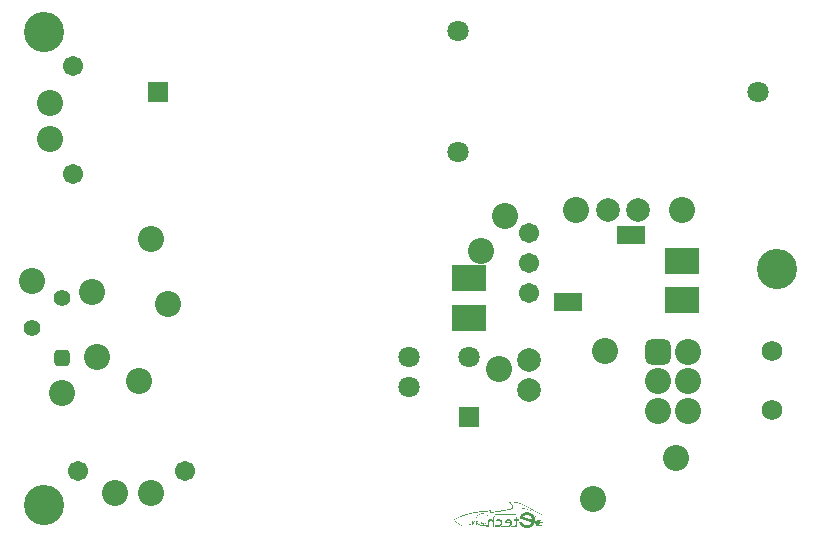
<source format=gbs>
G04*
G04 #@! TF.GenerationSoftware,Altium Limited,Altium Designer,23.3.1 (30)*
G04*
G04 Layer_Color=16711935*
%FSLAX44Y44*%
%MOMM*%
G71*
G04*
G04 #@! TF.SameCoordinates,FAC3D44D-3572-4026-B01C-A32F10146FDD*
G04*
G04*
G04 #@! TF.FilePolarity,Negative*
G04*
G01*
G75*
%ADD49C,1.8032*%
%ADD50R,1.8032X1.8032*%
%ADD51C,1.7032*%
%ADD52R,1.8032X1.8032*%
%ADD53C,2.2032*%
%ADD54C,1.4032*%
G04:AMPARAMS|DCode=55|XSize=1.4032mm|YSize=1.4032mm|CornerRadius=0.4016mm|HoleSize=0mm|Usage=FLASHONLY|Rotation=180.000|XOffset=0mm|YOffset=0mm|HoleType=Round|Shape=RoundedRectangle|*
%AMROUNDEDRECTD55*
21,1,1.4032,0.6000,0,0,180.0*
21,1,0.6000,1.4032,0,0,180.0*
1,1,0.8032,-0.3000,0.3000*
1,1,0.8032,0.3000,0.3000*
1,1,0.8032,0.3000,-0.3000*
1,1,0.8032,-0.3000,-0.3000*
%
%ADD55ROUNDEDRECTD55*%
%ADD56C,1.7272*%
G04:AMPARAMS|DCode=57|XSize=2.2032mm|YSize=2.2032mm|CornerRadius=0.6016mm|HoleSize=0mm|Usage=FLASHONLY|Rotation=90.000|XOffset=0mm|YOffset=0mm|HoleType=Round|Shape=RoundedRectangle|*
%AMROUNDEDRECTD57*
21,1,2.2032,1.0000,0,0,90.0*
21,1,1.0000,2.2032,0,0,90.0*
1,1,1.2032,0.5000,0.5000*
1,1,1.2032,0.5000,-0.5000*
1,1,1.2032,-0.5000,-0.5000*
1,1,1.2032,-0.5000,0.5000*
%
%ADD57ROUNDEDRECTD57*%
%ADD58C,2.0032*%
%ADD60C,3.4032*%
%ADD76R,2.4032X1.5032*%
%ADD77R,3.0032X2.2032*%
G36*
X430810Y27599D02*
X431985D01*
Y27552D01*
X432643D01*
Y27505D01*
X433160D01*
Y27458D01*
X433583D01*
Y27411D01*
X434007D01*
Y27364D01*
X434477D01*
Y27317D01*
X434806D01*
Y27270D01*
X435041D01*
Y27223D01*
X435370D01*
Y27176D01*
X435652D01*
Y27129D01*
X435934D01*
Y27082D01*
X436169D01*
Y27035D01*
X436404D01*
Y26988D01*
X436639D01*
Y26941D01*
X436921D01*
Y26894D01*
X437156D01*
Y26847D01*
X437345D01*
Y26800D01*
X437533D01*
Y26753D01*
X437721D01*
Y26706D01*
X437956D01*
Y26659D01*
X438191D01*
Y26612D01*
X438332D01*
Y26565D01*
X438520D01*
Y26518D01*
X438708D01*
Y26471D01*
X438896D01*
Y26424D01*
X439037D01*
Y26377D01*
X439178D01*
Y26330D01*
X439366D01*
Y26283D01*
X439554D01*
Y26236D01*
X439695D01*
Y26189D01*
X439883D01*
Y26142D01*
X439977D01*
Y26095D01*
X440165D01*
Y26048D01*
X440306D01*
Y26001D01*
X440447D01*
Y25954D01*
X440541D01*
Y25907D01*
X440682D01*
Y25860D01*
X440823D01*
Y25813D01*
X440965D01*
Y25766D01*
X441105D01*
Y25719D01*
X441199D01*
Y25672D01*
X441341D01*
Y25625D01*
X441482D01*
Y25578D01*
X441576D01*
Y25531D01*
X441717D01*
Y25484D01*
X441811D01*
Y25437D01*
X441905D01*
Y25390D01*
X442046D01*
Y25343D01*
X442140D01*
Y25296D01*
X442281D01*
Y25249D01*
X442375D01*
Y25202D01*
X442469D01*
Y25155D01*
X442610D01*
Y25108D01*
X442704D01*
Y25061D01*
X442798D01*
Y25014D01*
X442939D01*
Y24967D01*
X443033D01*
Y24920D01*
X443127D01*
Y24873D01*
X443221D01*
Y24826D01*
X443315D01*
Y24779D01*
X443409D01*
Y24732D01*
X443503D01*
Y24685D01*
X443597D01*
Y24637D01*
X443691D01*
Y24590D01*
X443832D01*
Y24543D01*
X443879D01*
Y24497D01*
X443973D01*
Y24450D01*
X444067D01*
Y24402D01*
X444161D01*
Y24355D01*
X444255D01*
Y24309D01*
X444349D01*
Y24261D01*
X444443D01*
Y24214D01*
X444490D01*
Y24120D01*
X444443D01*
Y24167D01*
X444302D01*
Y24214D01*
X444161D01*
Y24261D01*
X444067D01*
Y24309D01*
X443973D01*
Y24355D01*
X443832D01*
Y24402D01*
X443738D01*
Y24450D01*
X443644D01*
Y24497D01*
X443550D01*
Y24543D01*
X443409D01*
Y24590D01*
X443268D01*
Y24637D01*
X443174D01*
Y24685D01*
X443033D01*
Y24732D01*
X442939D01*
Y24779D01*
X442798D01*
Y24826D01*
X442657D01*
Y24873D01*
X442516D01*
Y24920D01*
X442375D01*
Y24967D01*
X442234D01*
Y25014D01*
X442093D01*
Y25061D01*
X441999D01*
Y25108D01*
X441858D01*
Y25155D01*
X441717D01*
Y25202D01*
X441576D01*
Y25249D01*
X441435D01*
Y25296D01*
X441294D01*
Y25343D01*
X441152D01*
Y25390D01*
X441012D01*
Y25437D01*
X440871D01*
Y25484D01*
X440682D01*
Y25531D01*
X440541D01*
Y25578D01*
X440400D01*
Y25625D01*
X440259D01*
Y25672D01*
X440118D01*
Y25719D01*
X439930D01*
Y25766D01*
X439789D01*
Y25813D01*
X439601D01*
Y25860D01*
X439460D01*
Y25907D01*
X439272D01*
Y25954D01*
X439084D01*
Y26001D01*
X438896D01*
Y26048D01*
X438708D01*
Y26095D01*
X438567D01*
Y26142D01*
X438332D01*
Y26189D01*
X438144D01*
Y26236D01*
X437956D01*
Y26283D01*
X437721D01*
Y26330D01*
X437533D01*
Y26377D01*
X437298D01*
Y26424D01*
X437062D01*
Y26471D01*
X436874D01*
Y26518D01*
X436639D01*
Y26565D01*
X436357D01*
Y26612D01*
X436122D01*
Y26659D01*
X435887D01*
Y26706D01*
X435652D01*
Y26753D01*
X435370D01*
Y26800D01*
X435088D01*
Y26847D01*
X434759D01*
Y26894D01*
X434477D01*
Y26941D01*
X434195D01*
Y26988D01*
X433819D01*
Y27035D01*
X433489D01*
Y27082D01*
X433113D01*
Y27129D01*
X432690D01*
Y27176D01*
X432314D01*
Y27223D01*
X431797D01*
Y27270D01*
X431280D01*
Y27317D01*
X430669D01*
Y27364D01*
X430058D01*
Y27411D01*
X429211D01*
Y27458D01*
X427942D01*
Y27505D01*
X427989D01*
Y27552D01*
X428224D01*
Y27599D01*
X429588D01*
Y27646D01*
X430810D01*
Y27599D01*
D02*
G37*
G36*
X422818Y22475D02*
X423899D01*
Y22428D01*
X424792D01*
Y22381D01*
X425403D01*
Y22334D01*
X425920D01*
Y22287D01*
X426485D01*
Y22240D01*
X426955D01*
Y22193D01*
X427425D01*
Y22146D01*
X427895D01*
Y22099D01*
X428177D01*
Y22052D01*
X428553D01*
Y22005D01*
X428976D01*
Y21958D01*
X429305D01*
Y21911D01*
X429588D01*
Y21864D01*
X429870D01*
Y21817D01*
X430199D01*
Y21770D01*
X430481D01*
Y21723D01*
X430810D01*
Y21676D01*
X431092D01*
Y21629D01*
X431139D01*
Y21535D01*
X430387D01*
Y21582D01*
X429493D01*
Y21629D01*
X428600D01*
Y21676D01*
X427378D01*
Y21723D01*
X426156D01*
Y21770D01*
X424792D01*
Y21817D01*
X420326D01*
Y21770D01*
X418728D01*
Y21723D01*
X417552D01*
Y21676D01*
X416612D01*
Y21629D01*
X415813D01*
Y21582D01*
X415155D01*
Y21535D01*
X414638D01*
Y21488D01*
X414073D01*
Y21441D01*
X413556D01*
Y21394D01*
X413086D01*
Y21347D01*
X412710D01*
Y21300D01*
X412334D01*
Y21253D01*
X411958D01*
Y21206D01*
X411582D01*
Y21159D01*
X411253D01*
Y21112D01*
X411018D01*
Y20971D01*
X411065D01*
Y20782D01*
X411112D01*
Y20642D01*
X411159D01*
Y20500D01*
X411206D01*
Y20312D01*
X411253D01*
Y20171D01*
X411300D01*
Y20030D01*
X411253D01*
Y20077D01*
X411206D01*
Y20124D01*
X411159D01*
Y20171D01*
X411112D01*
Y20265D01*
X411065D01*
Y20312D01*
X411018D01*
Y20406D01*
X410971D01*
Y20453D01*
X410924D01*
Y20547D01*
X410877D01*
Y20594D01*
X410830D01*
Y20689D01*
X410783D01*
Y20735D01*
X410736D01*
Y20830D01*
X410689D01*
Y20924D01*
X410642D01*
Y20971D01*
X410594D01*
Y21065D01*
X410547D01*
Y21112D01*
X410500D01*
Y21206D01*
X410453D01*
Y21253D01*
X410406D01*
Y21347D01*
X410359D01*
Y21394D01*
X410312D01*
Y21488D01*
X410265D01*
Y21535D01*
X410312D01*
Y21582D01*
X410500D01*
Y21629D01*
X410689D01*
Y21676D01*
X410924D01*
Y21723D01*
X411159D01*
Y21770D01*
X411394D01*
Y21817D01*
X411676D01*
Y21864D01*
X411958D01*
Y21911D01*
X412193D01*
Y21958D01*
X412522D01*
Y22005D01*
X412851D01*
Y22052D01*
X413227D01*
Y22099D01*
X413556D01*
Y22146D01*
X413885D01*
Y22193D01*
X414356D01*
Y22240D01*
X414779D01*
Y22287D01*
X415343D01*
Y22334D01*
X415813D01*
Y22381D01*
X416471D01*
Y22428D01*
X417223D01*
Y22475D01*
X418446D01*
Y22522D01*
X422818D01*
Y22475D01*
D02*
G37*
G36*
X401709Y22757D02*
X402038D01*
Y22710D01*
X402320D01*
Y22663D01*
X402508D01*
Y22616D01*
X402696D01*
Y22569D01*
X402837D01*
Y22522D01*
X402979D01*
Y22475D01*
X403120D01*
Y22428D01*
X403260D01*
Y22381D01*
X403402D01*
Y22334D01*
X403496D01*
Y22287D01*
X403590D01*
Y22240D01*
X403684D01*
Y22193D01*
X403778D01*
Y22146D01*
X403872D01*
Y22099D01*
X403966D01*
Y22052D01*
X404060D01*
Y22005D01*
X404154D01*
Y21958D01*
X404201D01*
Y21911D01*
X404295D01*
Y21864D01*
X404342D01*
Y21817D01*
X404436D01*
Y21770D01*
X404483D01*
Y21723D01*
X404577D01*
Y21676D01*
X404624D01*
Y21629D01*
X404718D01*
Y21582D01*
X404765D01*
Y21535D01*
X404812D01*
Y21488D01*
X404906D01*
Y21441D01*
X404953D01*
Y21394D01*
X405000D01*
Y21347D01*
X405047D01*
Y21300D01*
X405094D01*
Y21253D01*
X405141D01*
Y21206D01*
X405188D01*
Y21159D01*
X405235D01*
Y21112D01*
X405329D01*
Y21018D01*
X405376D01*
Y20971D01*
X405423D01*
Y20924D01*
X405470D01*
Y20830D01*
X405423D01*
Y20877D01*
X405376D01*
Y20924D01*
X405329D01*
Y20971D01*
X405235D01*
Y21018D01*
X405188D01*
Y21065D01*
X405141D01*
Y21112D01*
X405094D01*
Y21159D01*
X405000D01*
Y21206D01*
X404953D01*
Y21253D01*
X404906D01*
Y21300D01*
X404859D01*
Y21347D01*
X404765D01*
Y21394D01*
X404718D01*
Y21441D01*
X404624D01*
Y21488D01*
X404577D01*
Y21535D01*
X404483D01*
Y21582D01*
X404389D01*
Y21629D01*
X404342D01*
Y21676D01*
X404248D01*
Y21723D01*
X404154D01*
Y21770D01*
X404060D01*
Y21817D01*
X403966D01*
Y21864D01*
X403872D01*
Y21911D01*
X403731D01*
Y21958D01*
X403637D01*
Y22005D01*
X403543D01*
Y22052D01*
X403402D01*
Y22099D01*
X403260D01*
Y22146D01*
X403120D01*
Y22193D01*
X402979D01*
Y22240D01*
X402790D01*
Y22287D01*
X402602D01*
Y22334D01*
X402320D01*
Y22381D01*
X401944D01*
Y22428D01*
X400816D01*
Y22381D01*
X400393D01*
Y22334D01*
X400158D01*
Y22287D01*
X399923D01*
Y22240D01*
X399782D01*
Y22193D01*
X399641D01*
Y22146D01*
X399453D01*
Y22099D01*
X399311D01*
Y22052D01*
X399217D01*
Y22005D01*
X399076D01*
Y21958D01*
X398982D01*
Y21911D01*
X398888D01*
Y21864D01*
X398747D01*
Y21817D01*
X398700D01*
Y21770D01*
X398606D01*
Y21723D01*
X398512D01*
Y21676D01*
X398418D01*
Y21629D01*
X398324D01*
Y21582D01*
X398277D01*
Y21535D01*
X398183D01*
Y21488D01*
X398089D01*
Y21441D01*
X398042D01*
Y21394D01*
X397948D01*
Y21347D01*
X397901D01*
Y21300D01*
X397854D01*
Y21253D01*
X397760D01*
Y21206D01*
X397713D01*
Y21159D01*
X397666D01*
Y21112D01*
X397572D01*
Y21065D01*
X397525D01*
Y21018D01*
X397478D01*
Y20971D01*
X397431D01*
Y20924D01*
X397384D01*
Y20877D01*
X397337D01*
Y20830D01*
X397290D01*
Y20782D01*
X397243D01*
Y20735D01*
X397196D01*
Y20689D01*
X397149D01*
Y20642D01*
X397102D01*
Y20594D01*
X397055D01*
Y20547D01*
X397008D01*
Y20500D01*
X396961D01*
Y20453D01*
X396914D01*
Y20406D01*
X396867D01*
Y20312D01*
X396820D01*
Y20265D01*
X396773D01*
Y20218D01*
X396726D01*
Y20171D01*
X396679D01*
Y20077D01*
X396632D01*
Y20030D01*
X396585D01*
Y19983D01*
X396538D01*
Y19889D01*
X396491D01*
Y19842D01*
X396444D01*
Y19748D01*
X396397D01*
Y19701D01*
X396350D01*
Y19607D01*
X396303D01*
Y19513D01*
X396256D01*
Y19466D01*
X396209D01*
Y19372D01*
X396162D01*
Y19278D01*
X396115D01*
Y19184D01*
X396068D01*
Y19090D01*
X396021D01*
Y18996D01*
X395974D01*
Y18949D01*
Y18855D01*
X395927D01*
Y18761D01*
X395880D01*
Y18620D01*
X395833D01*
Y18526D01*
X395786D01*
Y18385D01*
X395739D01*
Y18197D01*
X395691D01*
Y18009D01*
X395644D01*
Y17821D01*
X395597D01*
Y17774D01*
X395550D01*
Y17727D01*
X395080D01*
Y17774D01*
X394986D01*
Y17915D01*
X395033D01*
Y18103D01*
X395080D01*
Y18244D01*
X395127D01*
Y18432D01*
X395174D01*
Y18573D01*
X395221D01*
Y18667D01*
X395269D01*
Y18808D01*
X395316D01*
Y18949D01*
X395363D01*
Y19043D01*
X395410D01*
Y19137D01*
X395457D01*
Y19231D01*
X395504D01*
Y19325D01*
X395550D01*
Y19419D01*
X395597D01*
Y19513D01*
X395644D01*
Y19607D01*
X395691D01*
Y19701D01*
X395739D01*
Y19795D01*
X395786D01*
Y19842D01*
X395833D01*
Y19936D01*
X395880D01*
Y19983D01*
X395927D01*
Y20077D01*
X395974D01*
Y20124D01*
X396021D01*
Y20218D01*
X396068D01*
Y20265D01*
X396115D01*
Y20312D01*
X396162D01*
Y20406D01*
X396209D01*
Y20453D01*
X396256D01*
Y20500D01*
X396303D01*
Y20594D01*
X396350D01*
Y20642D01*
X396397D01*
Y20689D01*
X396444D01*
Y20735D01*
X396491D01*
Y20782D01*
X396538D01*
Y20830D01*
X396585D01*
Y20877D01*
X396632D01*
Y20924D01*
X396679D01*
Y20971D01*
X396726D01*
Y21018D01*
X396773D01*
Y21065D01*
X396820D01*
Y21112D01*
X396867D01*
Y21159D01*
X396914D01*
Y21206D01*
X396961D01*
Y21253D01*
X397008D01*
Y21300D01*
X397055D01*
Y21347D01*
X397149D01*
Y21394D01*
X397196D01*
Y21441D01*
X397243D01*
Y21488D01*
X397290D01*
Y21535D01*
X397384D01*
Y21582D01*
X397431D01*
Y21629D01*
X397478D01*
Y21676D01*
X397572D01*
Y21723D01*
X397619D01*
Y21770D01*
X397713D01*
Y21817D01*
X397760D01*
Y21864D01*
X397854D01*
Y21911D01*
X397901D01*
Y21958D01*
X397995D01*
Y22005D01*
X398089D01*
Y22052D01*
X398183D01*
Y22099D01*
X398277D01*
Y22146D01*
X398371D01*
Y22193D01*
X398465D01*
Y22240D01*
X398559D01*
Y22287D01*
X398653D01*
Y22334D01*
X398794D01*
Y22381D01*
X398888D01*
Y22428D01*
X399029D01*
Y22475D01*
X399170D01*
Y22522D01*
X399311D01*
Y22569D01*
X399453D01*
Y22616D01*
X399641D01*
Y22663D01*
X399876D01*
Y22710D01*
X400158D01*
Y22757D01*
X400487D01*
Y22804D01*
X401709D01*
Y22757D01*
D02*
G37*
G36*
X427425Y32724D02*
X427848D01*
Y32677D01*
X428177D01*
Y32630D01*
X428506D01*
Y32583D01*
X428835D01*
Y32536D01*
X429117D01*
Y32489D01*
X429399D01*
Y32442D01*
X429588D01*
Y32395D01*
X429823D01*
Y32348D01*
X430058D01*
Y32301D01*
X430246D01*
Y32254D01*
X430434D01*
Y32206D01*
X430622D01*
Y32160D01*
X430763D01*
Y32113D01*
X430951D01*
Y32065D01*
X431139D01*
Y32018D01*
X431280D01*
Y31971D01*
X431468D01*
Y31925D01*
X431609D01*
Y31877D01*
X431750D01*
Y31830D01*
X431938D01*
Y31783D01*
X432032D01*
Y31736D01*
X432173D01*
Y31689D01*
X432314D01*
Y31642D01*
X432502D01*
Y31595D01*
X432643D01*
Y31548D01*
X432737D01*
Y31501D01*
X432878D01*
Y31454D01*
X433019D01*
Y31407D01*
X433113D01*
Y31360D01*
X433255D01*
Y31313D01*
X433349D01*
Y31266D01*
X433489D01*
Y31219D01*
X433631D01*
Y31172D01*
X433772D01*
Y31125D01*
X433866D01*
Y31078D01*
X434007D01*
Y31031D01*
X434101D01*
Y30984D01*
X434195D01*
Y30937D01*
X434336D01*
Y30890D01*
X434430D01*
Y30843D01*
X434524D01*
Y30796D01*
X434618D01*
Y30749D01*
X434759D01*
Y30702D01*
X434853D01*
Y30655D01*
X434947D01*
Y30608D01*
X435041D01*
Y30561D01*
X435182D01*
Y30514D01*
X435276D01*
Y30467D01*
X435370D01*
Y30420D01*
X435464D01*
Y30373D01*
X435558D01*
Y30326D01*
X435652D01*
Y30279D01*
X435746D01*
Y30232D01*
X435840D01*
Y30185D01*
X435934D01*
Y30138D01*
X436028D01*
Y30091D01*
X436169D01*
Y30044D01*
X436263D01*
Y29997D01*
X436357D01*
Y29950D01*
X436451D01*
Y29903D01*
X436545D01*
Y29856D01*
X436639D01*
Y29809D01*
X436733D01*
Y29762D01*
X436827D01*
Y29715D01*
X436921D01*
Y29668D01*
X437015D01*
Y29621D01*
X437109D01*
Y29574D01*
X437203D01*
Y29527D01*
X437298D01*
Y29480D01*
X437392D01*
Y29433D01*
X437486D01*
Y29386D01*
X437580D01*
Y29339D01*
X437674D01*
Y29292D01*
X437721D01*
Y29245D01*
X437815D01*
Y29198D01*
X437909D01*
Y29151D01*
X438003D01*
Y29104D01*
X438097D01*
Y29057D01*
X438191D01*
Y29010D01*
X438285D01*
Y28963D01*
X438379D01*
Y28916D01*
X438473D01*
Y28869D01*
X438520D01*
Y28822D01*
X438614D01*
Y28775D01*
X438708D01*
Y28728D01*
X438802D01*
Y28681D01*
X438896D01*
Y28634D01*
X438990D01*
Y28587D01*
X439084D01*
Y28540D01*
X439131D01*
Y28493D01*
X439272D01*
Y28446D01*
X439319D01*
Y28398D01*
X439413D01*
Y28352D01*
X439507D01*
Y28305D01*
X439601D01*
Y28258D01*
X439695D01*
Y28210D01*
X439789D01*
Y28163D01*
X439836D01*
Y28117D01*
X439930D01*
Y28069D01*
X440024D01*
Y28022D01*
X440118D01*
Y27975D01*
X440212D01*
Y27928D01*
X440259D01*
Y27881D01*
X440353D01*
Y27834D01*
X440447D01*
Y27787D01*
X440541D01*
Y27740D01*
X440635D01*
Y27693D01*
X440682D01*
Y27646D01*
X440776D01*
Y27599D01*
X440871D01*
Y27552D01*
X440965D01*
Y27505D01*
X441012D01*
Y27458D01*
X441105D01*
Y27411D01*
X441199D01*
Y27364D01*
X441294D01*
Y27317D01*
X441341D01*
Y27270D01*
X441435D01*
Y27223D01*
X441529D01*
Y27176D01*
X441623D01*
Y27129D01*
X441717D01*
Y27082D01*
X441764D01*
Y27035D01*
X441858D01*
Y26988D01*
X441952D01*
Y26941D01*
X442046D01*
Y26894D01*
X442093D01*
Y26847D01*
X442187D01*
Y26800D01*
X442281D01*
Y26753D01*
X442328D01*
Y26706D01*
X442422D01*
Y26659D01*
X442516D01*
Y26612D01*
X442610D01*
Y26565D01*
X442657D01*
Y26518D01*
X442751D01*
Y26471D01*
X442845D01*
Y26424D01*
X442939D01*
Y26377D01*
X442986D01*
Y26330D01*
X443080D01*
Y26283D01*
X443174D01*
Y26236D01*
X443268D01*
Y26189D01*
X443315D01*
Y26142D01*
X443409D01*
Y26095D01*
X443503D01*
Y26048D01*
X443550D01*
Y26001D01*
X443644D01*
Y25954D01*
X443738D01*
Y25907D01*
X443785D01*
Y25860D01*
X443879D01*
Y25813D01*
X443973D01*
Y25766D01*
X444067D01*
Y25719D01*
X444114D01*
Y25672D01*
X444208D01*
Y25625D01*
X444302D01*
Y25578D01*
X444396D01*
Y25531D01*
X444443D01*
Y25484D01*
X444537D01*
Y25437D01*
X444631D01*
Y25390D01*
X444725D01*
Y25343D01*
X444772D01*
Y25296D01*
X444866D01*
Y25249D01*
X444961D01*
Y25202D01*
X445008D01*
Y25155D01*
X445102D01*
Y25108D01*
X445196D01*
Y25061D01*
X445290D01*
Y25014D01*
X445337D01*
Y24967D01*
X445431D01*
Y24920D01*
X445525D01*
Y24873D01*
X445572D01*
Y24826D01*
X445666D01*
Y24779D01*
X445760D01*
Y24732D01*
X445807D01*
Y24685D01*
X445901D01*
Y24637D01*
X445995D01*
Y24590D01*
X446042D01*
Y24543D01*
X446136D01*
Y24497D01*
X446230D01*
Y24450D01*
X446277D01*
Y24402D01*
X446371D01*
Y24355D01*
X446465D01*
Y24309D01*
X446559D01*
Y24261D01*
X446606D01*
Y24214D01*
X446700D01*
Y24167D01*
X446794D01*
Y24120D01*
X446888D01*
Y24073D01*
X446935D01*
Y24026D01*
X447029D01*
Y23979D01*
X447123D01*
Y23932D01*
X447217D01*
Y23885D01*
X447311D01*
Y23838D01*
X447405D01*
Y23791D01*
X447499D01*
Y23744D01*
X447593D01*
Y23697D01*
X447640D01*
Y23650D01*
X447734D01*
Y23603D01*
X447828D01*
Y23556D01*
X447922D01*
Y23509D01*
X448016D01*
Y23462D01*
X448110D01*
Y23415D01*
X448204D01*
Y23368D01*
X448298D01*
Y23321D01*
X448392D01*
Y23274D01*
X448487D01*
Y23227D01*
X448581D01*
Y23180D01*
X448675D01*
Y23133D01*
X448769D01*
Y23086D01*
X448863D01*
Y23039D01*
X449004D01*
Y22992D01*
X449098D01*
Y22945D01*
X449192D01*
Y22898D01*
X449286D01*
Y22851D01*
X449380D01*
Y22804D01*
X449474D01*
Y22757D01*
X449615D01*
Y22710D01*
X449709D01*
Y22663D01*
X449850D01*
Y22616D01*
X449944D01*
Y22569D01*
X450038D01*
Y22522D01*
X450179D01*
Y22475D01*
X450273D01*
Y22428D01*
X450367D01*
Y22381D01*
X450414D01*
Y22334D01*
X450508D01*
Y22287D01*
X450602D01*
Y22240D01*
X450649D01*
Y22193D01*
X450696D01*
Y22146D01*
X450790D01*
Y22099D01*
X450837D01*
Y22052D01*
X450884D01*
Y22005D01*
X450931D01*
Y21958D01*
X450978D01*
Y21911D01*
X451025D01*
Y21864D01*
X451072D01*
Y21817D01*
X451119D01*
Y21770D01*
X451166D01*
Y21723D01*
X451213D01*
Y21676D01*
X451260D01*
Y21629D01*
X451307D01*
Y21535D01*
X451354D01*
Y21488D01*
X451401D01*
Y21441D01*
X451448D01*
Y21347D01*
X451495D01*
Y21253D01*
X451542D01*
Y21159D01*
X451589D01*
Y21065D01*
X451636D01*
Y20971D01*
X451683D01*
Y20594D01*
X451636D01*
Y20547D01*
X451213D01*
Y20594D01*
X448392D01*
Y20547D01*
X447640D01*
Y20500D01*
X447264D01*
Y20453D01*
X446935D01*
Y20406D01*
X446653D01*
Y20359D01*
X446418D01*
Y20312D01*
X446230D01*
Y20265D01*
X446089D01*
Y20218D01*
X445948D01*
Y20171D01*
X445854D01*
Y20124D01*
X445807D01*
Y20077D01*
X445713D01*
Y20030D01*
X445666D01*
Y19983D01*
X445572D01*
Y20077D01*
X445619D01*
Y20124D01*
X445666D01*
Y20171D01*
X445760D01*
Y20218D01*
X445807D01*
Y20265D01*
X445901D01*
Y20312D01*
X445995D01*
Y20359D01*
X446136D01*
Y20406D01*
X446277D01*
Y20453D01*
X446465D01*
Y20500D01*
X446653D01*
Y20547D01*
X446841D01*
Y20594D01*
X447170D01*
Y20642D01*
X447640D01*
Y20689D01*
X448157D01*
Y20735D01*
X448815D01*
Y20782D01*
X450179D01*
Y20830D01*
X450273D01*
Y20782D01*
X450367D01*
Y20830D01*
X450508D01*
Y20782D01*
X450696D01*
Y20830D01*
X450790D01*
Y20782D01*
X451448D01*
Y20924D01*
X451401D01*
Y21065D01*
X451354D01*
Y21112D01*
X451307D01*
Y21206D01*
X451260D01*
Y21253D01*
X451213D01*
Y21347D01*
X451166D01*
Y21394D01*
X451119D01*
Y21441D01*
X451072D01*
Y21535D01*
X451025D01*
Y21582D01*
X450978D01*
Y21629D01*
X450931D01*
Y21676D01*
X450884D01*
Y21723D01*
X450837D01*
Y21770D01*
X450743D01*
Y21817D01*
X450696D01*
Y21864D01*
X450649D01*
Y21911D01*
X450602D01*
Y21958D01*
X450508D01*
Y22005D01*
X450461D01*
Y22052D01*
X450367D01*
Y22099D01*
X450273D01*
Y22146D01*
X450179D01*
Y22193D01*
X450085D01*
Y22240D01*
X449991D01*
Y22287D01*
X449850D01*
Y22334D01*
X449756D01*
Y22381D01*
X449615D01*
Y22428D01*
X449521D01*
Y22475D01*
X449380D01*
Y22522D01*
X449286D01*
Y22569D01*
X449145D01*
Y22616D01*
X449051D01*
Y22663D01*
X448957D01*
Y22710D01*
X448863D01*
Y22757D01*
X448722D01*
Y22804D01*
X448628D01*
Y22851D01*
X448534D01*
Y22898D01*
X448439D01*
Y22945D01*
X448345D01*
Y22992D01*
X448204D01*
Y23039D01*
X448110D01*
Y23086D01*
X448016D01*
Y23133D01*
X447922D01*
Y23180D01*
X447828D01*
Y23227D01*
X447734D01*
Y23274D01*
X447640D01*
Y23321D01*
X447546D01*
Y23368D01*
X447452D01*
Y23415D01*
X447358D01*
Y23462D01*
X447264D01*
Y23509D01*
X447170D01*
Y23556D01*
X447076D01*
Y23603D01*
X446982D01*
Y23650D01*
X446888D01*
Y23697D01*
X446794D01*
Y23744D01*
X446700D01*
Y23791D01*
X446606D01*
Y23838D01*
X446559D01*
Y23885D01*
X446465D01*
Y23932D01*
X446371D01*
Y23979D01*
X446277D01*
Y24026D01*
X446183D01*
Y24073D01*
X446089D01*
Y24120D01*
X445995D01*
Y24167D01*
X445901D01*
Y24214D01*
X445854D01*
Y24261D01*
X445760D01*
Y24309D01*
X445666D01*
Y24355D01*
X445572D01*
Y24402D01*
X445478D01*
Y24450D01*
X445431D01*
Y24497D01*
X445337D01*
Y24543D01*
X445243D01*
Y24590D01*
X445149D01*
Y24637D01*
X445102D01*
Y24685D01*
X445008D01*
Y24732D01*
X444913D01*
Y24779D01*
X444866D01*
Y24826D01*
X444772D01*
Y24873D01*
X444678D01*
Y24920D01*
X444584D01*
Y24967D01*
X444490D01*
Y25014D01*
X444443D01*
Y25061D01*
X444349D01*
Y25108D01*
X444255D01*
Y25155D01*
X444161D01*
Y25202D01*
X444067D01*
Y25249D01*
X443973D01*
Y25296D01*
X443926D01*
Y25343D01*
X443832D01*
Y25390D01*
X443738D01*
Y25437D01*
X443644D01*
Y25484D01*
X443550D01*
Y25531D01*
X443503D01*
Y25578D01*
X443409D01*
Y25625D01*
X443315D01*
Y25672D01*
X443221D01*
Y25719D01*
X443127D01*
Y25766D01*
X443080D01*
Y25813D01*
X442986D01*
Y25860D01*
X442892D01*
Y25907D01*
X442798D01*
Y25954D01*
X442704D01*
Y26001D01*
X442657D01*
Y26048D01*
X442563D01*
Y26095D01*
X442469D01*
Y26142D01*
X442375D01*
Y26189D01*
X442328D01*
Y26236D01*
X442234D01*
Y26283D01*
X442140D01*
Y26330D01*
X442046D01*
Y26377D01*
X441952D01*
Y26424D01*
X441905D01*
Y26471D01*
X441811D01*
Y26518D01*
X441717D01*
Y26565D01*
X441623D01*
Y26612D01*
X441576D01*
Y26659D01*
X441482D01*
Y26706D01*
X441388D01*
Y26753D01*
X441294D01*
Y26800D01*
X441199D01*
Y26847D01*
X441105D01*
Y26894D01*
X441012D01*
Y26941D01*
X440965D01*
Y26988D01*
X440871D01*
Y27035D01*
X440776D01*
Y27082D01*
X440682D01*
Y27129D01*
X440588D01*
Y27176D01*
X440494D01*
Y27223D01*
X440447D01*
Y27270D01*
X440353D01*
Y27317D01*
X440259D01*
Y27364D01*
X440165D01*
Y27411D01*
X440071D01*
Y27458D01*
X439977D01*
Y27505D01*
X439883D01*
Y27552D01*
X439836D01*
Y27599D01*
X439742D01*
Y27646D01*
X439648D01*
Y27693D01*
X439554D01*
Y27740D01*
X439460D01*
Y27787D01*
X439366D01*
Y27834D01*
X439272D01*
Y27881D01*
X439225D01*
Y27928D01*
X439131D01*
Y27975D01*
X439037D01*
Y28022D01*
X438943D01*
Y28069D01*
X438849D01*
Y28117D01*
X438755D01*
Y28163D01*
X438661D01*
Y28210D01*
X438567D01*
Y28258D01*
X438473D01*
Y28305D01*
X438379D01*
Y28352D01*
X438285D01*
Y28398D01*
X438191D01*
Y28446D01*
X438097D01*
Y28493D01*
X438003D01*
Y28540D01*
X437909D01*
Y28587D01*
X437815D01*
Y28634D01*
X437721D01*
Y28681D01*
X437627D01*
Y28728D01*
X437533D01*
Y28775D01*
X437439D01*
Y28822D01*
X437345D01*
Y28869D01*
X437251D01*
Y28916D01*
X437156D01*
Y28963D01*
X437109D01*
Y29010D01*
X436968D01*
Y29057D01*
X436874D01*
Y29104D01*
X436780D01*
Y29151D01*
X436686D01*
Y29198D01*
X436592D01*
Y29245D01*
X436498D01*
Y29292D01*
X436404D01*
Y29339D01*
X436310D01*
Y29386D01*
X436216D01*
Y29433D01*
X436122D01*
Y29480D01*
X436028D01*
Y29527D01*
X435934D01*
Y29574D01*
X435793D01*
Y29621D01*
X435699D01*
Y29668D01*
X435605D01*
Y29715D01*
X435511D01*
Y29762D01*
X435417D01*
Y29809D01*
X435323D01*
Y29856D01*
X435229D01*
Y29903D01*
X435135D01*
Y29950D01*
X434994D01*
Y29997D01*
X434900D01*
Y30044D01*
X434806D01*
Y30091D01*
X434712D01*
Y30138D01*
X434571D01*
Y30185D01*
X434477D01*
Y30232D01*
X434336D01*
Y30279D01*
X434242D01*
Y30326D01*
X434148D01*
Y30373D01*
X434054D01*
Y30420D01*
X433913D01*
Y30467D01*
X433819D01*
Y30514D01*
X433678D01*
Y30561D01*
X433583D01*
Y30608D01*
X433442D01*
Y30655D01*
X433302D01*
Y30702D01*
X433160D01*
Y30749D01*
X433066D01*
Y30796D01*
X432925D01*
Y30843D01*
X432831D01*
Y30890D01*
X432690D01*
Y30937D01*
X432549D01*
Y30984D01*
X432408D01*
Y31031D01*
X432267D01*
Y31078D01*
X432126D01*
Y31125D01*
X431938D01*
Y31172D01*
X431844D01*
Y31219D01*
X431656D01*
Y31266D01*
X431515D01*
Y31313D01*
X431327D01*
Y31360D01*
X431186D01*
Y31407D01*
X430998D01*
Y31454D01*
X430857D01*
Y31501D01*
X430669D01*
Y31548D01*
X430481D01*
Y31595D01*
X430293D01*
Y31642D01*
X430105D01*
Y31689D01*
X429870D01*
Y31736D01*
X429635D01*
Y31783D01*
X429399D01*
Y31830D01*
X429164D01*
Y31877D01*
X428882D01*
Y31925D01*
X428600D01*
Y31971D01*
X428224D01*
Y32018D01*
X427801D01*
Y32065D01*
X427331D01*
Y32113D01*
X425121D01*
Y32065D01*
X424792D01*
Y32018D01*
X424698D01*
Y31925D01*
X424745D01*
Y31877D01*
X424792D01*
Y31830D01*
X424839D01*
Y31736D01*
X424886D01*
Y31689D01*
X424933D01*
Y31642D01*
X424980D01*
Y31548D01*
X425027D01*
Y31501D01*
X425074D01*
Y31407D01*
X425121D01*
Y31360D01*
X425168D01*
Y31313D01*
X425215D01*
Y31219D01*
X425262D01*
Y31172D01*
X425309D01*
Y31078D01*
X425356D01*
Y31031D01*
X425403D01*
Y30984D01*
X425450D01*
Y30890D01*
X425497D01*
Y30843D01*
X425544D01*
Y30796D01*
X425591D01*
Y30702D01*
X425638D01*
Y30655D01*
X425686D01*
Y30561D01*
X425732D01*
Y30514D01*
X425779D01*
Y30467D01*
X425826D01*
Y30373D01*
X425873D01*
Y30326D01*
X425920D01*
Y30279D01*
X425967D01*
Y30185D01*
X426015D01*
Y30138D01*
X426062D01*
Y30091D01*
X426109D01*
Y29997D01*
X426156D01*
Y29950D01*
X426203D01*
Y29856D01*
X426250D01*
Y29809D01*
X426297D01*
Y29762D01*
X426344D01*
Y29668D01*
X426391D01*
Y29621D01*
X426438D01*
Y29574D01*
X426485D01*
Y29527D01*
X426532D01*
Y29433D01*
X426579D01*
Y29386D01*
X426626D01*
Y29339D01*
X426673D01*
Y29245D01*
X426720D01*
Y29198D01*
X426767D01*
Y29151D01*
X426814D01*
Y29057D01*
X426861D01*
Y29010D01*
X426908D01*
Y28963D01*
X426955D01*
Y28869D01*
X427002D01*
Y28822D01*
X427049D01*
Y28728D01*
X427096D01*
Y28634D01*
X427143D01*
Y28493D01*
X427190D01*
Y28352D01*
X427237D01*
Y27881D01*
X427190D01*
Y27693D01*
X427143D01*
Y27599D01*
X427096D01*
Y27505D01*
X427049D01*
Y27411D01*
X427002D01*
Y27364D01*
X426955D01*
Y27270D01*
X426908D01*
Y27223D01*
X426861D01*
Y27176D01*
X426814D01*
Y27129D01*
X426767D01*
Y27082D01*
X426720D01*
Y27035D01*
X426673D01*
Y26988D01*
X426626D01*
Y26941D01*
X426579D01*
Y26894D01*
X426485D01*
Y26847D01*
X426438D01*
Y26800D01*
X426344D01*
Y26753D01*
X426297D01*
Y26706D01*
X426203D01*
Y26659D01*
X426156D01*
Y26612D01*
X426062D01*
Y26565D01*
X425967D01*
Y26518D01*
X425873D01*
Y26471D01*
X425779D01*
Y26424D01*
X425686D01*
Y26377D01*
X425591D01*
Y26330D01*
X425450D01*
Y26283D01*
X425356D01*
Y26236D01*
X425215D01*
Y26189D01*
X425121D01*
Y26142D01*
X424980D01*
Y26095D01*
X424839D01*
Y26048D01*
X424698D01*
Y26001D01*
X424557D01*
Y25954D01*
X424369D01*
Y25907D01*
X424181D01*
Y25860D01*
X423993D01*
Y25813D01*
X423805D01*
Y25766D01*
X423617D01*
Y25719D01*
X423382D01*
Y25672D01*
X423147D01*
Y25625D01*
X422959D01*
Y25578D01*
X422771D01*
Y25531D01*
X422536D01*
Y25484D01*
X422301D01*
Y25437D01*
X422066D01*
Y25390D01*
X421830D01*
Y25343D01*
X421642D01*
Y25296D01*
X421360D01*
Y25249D01*
X421125D01*
Y25202D01*
X420890D01*
Y25155D01*
X420655D01*
Y25108D01*
X420420D01*
Y25061D01*
X420138D01*
Y25014D01*
X419856D01*
Y24967D01*
X419621D01*
Y24920D01*
X419386D01*
Y24873D01*
X419104D01*
Y24826D01*
X418822D01*
Y24779D01*
X418540D01*
Y24732D01*
X418257D01*
Y24685D01*
X418022D01*
Y24637D01*
X417740D01*
Y24590D01*
X417458D01*
Y24543D01*
X417176D01*
Y24497D01*
X416847D01*
Y24450D01*
X416612D01*
Y24402D01*
X416330D01*
Y24355D01*
X416001D01*
Y24309D01*
X415719D01*
Y24261D01*
X415390D01*
Y24214D01*
X415155D01*
Y24167D01*
X414826D01*
Y24120D01*
X414496D01*
Y24073D01*
X414167D01*
Y24026D01*
X413885D01*
Y23979D01*
X413603D01*
Y23932D01*
X413274D01*
Y23885D01*
X412945D01*
Y23838D01*
X412616D01*
Y23791D01*
X412334D01*
Y23744D01*
X412005D01*
Y23697D01*
X411676D01*
Y23650D01*
X411253D01*
Y23603D01*
X410971D01*
Y23556D01*
X410642D01*
Y23509D01*
X410312D01*
Y23462D01*
X409936D01*
Y23415D01*
X409560D01*
Y23368D01*
X409231D01*
Y23321D01*
X408902D01*
Y23274D01*
X408291D01*
Y23321D01*
X408150D01*
Y23368D01*
X408056D01*
Y23415D01*
X407962D01*
Y23462D01*
X407915D01*
Y23509D01*
X407821D01*
Y23556D01*
X407774D01*
Y23603D01*
X407727D01*
Y23650D01*
X407680D01*
Y23744D01*
X407633D01*
Y23791D01*
X407586D01*
Y23885D01*
X407539D01*
Y23979D01*
X407492D01*
Y24073D01*
X407445D01*
Y24214D01*
X407398D01*
Y24309D01*
X407351D01*
Y24450D01*
X407304D01*
Y24543D01*
X406833D01*
Y24497D01*
X406081D01*
Y24450D01*
X405282D01*
Y24402D01*
X404342D01*
Y24355D01*
X403637D01*
Y24309D01*
X403120D01*
Y24261D01*
X402649D01*
Y24214D01*
X402132D01*
Y24167D01*
X401615D01*
Y24120D01*
X401051D01*
Y24073D01*
X400534D01*
Y24026D01*
X400205D01*
Y23979D01*
X399829D01*
Y23932D01*
X399453D01*
Y23885D01*
X399029D01*
Y23838D01*
X398700D01*
Y23791D01*
X398324D01*
Y23744D01*
X397995D01*
Y23697D01*
X397619D01*
Y23650D01*
X397243D01*
Y23603D01*
X396961D01*
Y23556D01*
X396726D01*
Y23509D01*
X396397D01*
Y23462D01*
X396115D01*
Y23415D01*
X395833D01*
Y23368D01*
X395504D01*
Y23321D01*
X395269D01*
Y23274D01*
X394986D01*
Y23227D01*
X394657D01*
Y23180D01*
X394422D01*
Y23133D01*
X394187D01*
Y23086D01*
X393952D01*
Y23039D01*
X393717D01*
Y22992D01*
X393482D01*
Y22945D01*
X393247D01*
Y22898D01*
X393012D01*
Y22851D01*
X392777D01*
Y22804D01*
X392542D01*
Y22757D01*
X392307D01*
Y22710D01*
X392072D01*
Y22663D01*
X391884D01*
Y22616D01*
X391648D01*
Y22569D01*
X391460D01*
Y22522D01*
X391272D01*
Y22475D01*
X391084D01*
Y22428D01*
X390896D01*
Y22381D01*
X390661D01*
Y22334D01*
X390473D01*
Y22287D01*
X390285D01*
Y22240D01*
X390097D01*
Y22193D01*
X389909D01*
Y22146D01*
X389721D01*
Y22099D01*
X389486D01*
Y22052D01*
X389298D01*
Y22005D01*
X389157D01*
Y21958D01*
X388969D01*
Y21911D01*
X388828D01*
Y21864D01*
X388640D01*
Y21817D01*
X388452D01*
Y21770D01*
X388311D01*
Y21723D01*
X388123D01*
Y21676D01*
X387981D01*
Y21629D01*
X387794D01*
Y21582D01*
X387605D01*
Y21535D01*
X387464D01*
Y21488D01*
X387276D01*
Y21441D01*
X387135D01*
Y21394D01*
X386947D01*
Y21347D01*
X386806D01*
Y21300D01*
X386665D01*
Y21253D01*
X386524D01*
Y21206D01*
X386383D01*
Y21159D01*
X386195D01*
Y21112D01*
X386101D01*
Y21065D01*
X385913D01*
Y21018D01*
X385772D01*
Y20971D01*
X385631D01*
Y20924D01*
X385490D01*
Y20877D01*
X385349D01*
Y20830D01*
X385208D01*
Y20782D01*
X385067D01*
Y20735D01*
X384926D01*
Y20689D01*
X384785D01*
Y20642D01*
X384644D01*
Y20594D01*
X384503D01*
Y20547D01*
X384362D01*
Y20500D01*
X384268D01*
Y20453D01*
X384127D01*
Y20406D01*
X383985D01*
Y20359D01*
X383844D01*
Y20312D01*
X383703D01*
Y20265D01*
X383562D01*
Y20218D01*
X383468D01*
Y20171D01*
X383327D01*
Y20124D01*
X383233D01*
Y20077D01*
X383092D01*
Y20030D01*
X382998D01*
Y19983D01*
X382857D01*
Y19936D01*
X382763D01*
Y19889D01*
X382622D01*
Y19842D01*
X382481D01*
Y19795D01*
X382387D01*
Y19748D01*
X382246D01*
Y19701D01*
X382152D01*
Y19654D01*
X382011D01*
Y19607D01*
X381917D01*
Y19560D01*
X381823D01*
Y19513D01*
X381682D01*
Y19466D01*
X381588D01*
Y19419D01*
X381494D01*
Y19372D01*
X381353D01*
Y19325D01*
X381259D01*
Y19278D01*
X381165D01*
Y19231D01*
X381024D01*
Y19184D01*
X380930D01*
Y19137D01*
X380836D01*
Y19090D01*
X380742D01*
Y19043D01*
X380648D01*
Y18996D01*
X380507D01*
Y18949D01*
X380412D01*
Y18902D01*
X380318D01*
Y18855D01*
X380224D01*
Y18808D01*
X380131D01*
Y18761D01*
X379989D01*
Y18714D01*
X379895D01*
Y18667D01*
X379801D01*
Y18620D01*
X379707D01*
Y18573D01*
X379613D01*
Y18526D01*
X379519D01*
Y18479D01*
X379425D01*
Y18432D01*
X379331D01*
Y18385D01*
X379284D01*
Y18338D01*
X379143D01*
Y18291D01*
X379049D01*
Y18244D01*
X378955D01*
Y18197D01*
X378908D01*
Y18150D01*
X378814D01*
Y18103D01*
X378720D01*
Y18056D01*
X378626D01*
Y18009D01*
X378532D01*
Y17962D01*
X378438D01*
Y17915D01*
X378391D01*
Y17868D01*
X378297D01*
Y17821D01*
X378203D01*
Y17774D01*
X378109D01*
Y17727D01*
X378062D01*
Y17680D01*
X377968D01*
Y17633D01*
X377874D01*
Y17586D01*
X377827D01*
Y17539D01*
X377780D01*
Y17492D01*
X377733D01*
Y17304D01*
X377780D01*
Y17116D01*
X377827D01*
Y17022D01*
X377874D01*
Y16927D01*
X377921D01*
Y16833D01*
X377968D01*
Y16739D01*
X378015D01*
Y16692D01*
X378062D01*
Y16598D01*
X378109D01*
Y16551D01*
X378156D01*
Y16504D01*
X378203D01*
Y16410D01*
X378250D01*
Y16363D01*
X378297D01*
Y16316D01*
X378344D01*
Y16269D01*
X378391D01*
Y16222D01*
X378438D01*
Y16175D01*
X378485D01*
Y16128D01*
X378532D01*
Y16081D01*
X378579D01*
Y16034D01*
X378626D01*
Y15987D01*
X378673D01*
Y15940D01*
X378720D01*
Y15893D01*
X378767D01*
Y15846D01*
X378814D01*
Y15799D01*
X378861D01*
Y15752D01*
X378908D01*
Y15705D01*
X378955D01*
Y15658D01*
X379002D01*
Y15611D01*
X379096D01*
Y15564D01*
X379143D01*
Y15517D01*
X379190D01*
Y15470D01*
X379237D01*
Y15423D01*
X379284D01*
Y15376D01*
X379378D01*
Y15329D01*
X379425D01*
Y15282D01*
X379472D01*
Y15235D01*
X379519D01*
Y15188D01*
X379613D01*
Y15141D01*
X379660D01*
Y15094D01*
X379707D01*
Y15047D01*
X379801D01*
Y15000D01*
X379848D01*
Y14953D01*
X379942D01*
Y14906D01*
X379989D01*
Y14859D01*
X380036D01*
Y14812D01*
X380131D01*
Y14765D01*
X380177D01*
Y14718D01*
X380271D01*
Y14671D01*
X380318D01*
Y14624D01*
X380412D01*
Y14577D01*
X380460D01*
Y14530D01*
X380554D01*
Y14483D01*
X380601D01*
Y14436D01*
X380695D01*
Y14389D01*
X380742D01*
Y14342D01*
X380836D01*
Y14295D01*
X380883D01*
Y14248D01*
X380977D01*
Y14201D01*
X381071D01*
Y14154D01*
X381118D01*
Y14107D01*
X381212D01*
Y14060D01*
X381259D01*
Y14013D01*
X381353D01*
Y13966D01*
X381447D01*
Y13919D01*
X381494D01*
Y13872D01*
X381588D01*
Y13825D01*
X381682D01*
Y13778D01*
X381729D01*
Y13731D01*
X381823D01*
Y13684D01*
X381917D01*
Y13637D01*
X382011D01*
Y13590D01*
X382058D01*
Y13543D01*
X382152D01*
Y13496D01*
X382246D01*
Y13449D01*
X382340D01*
Y13402D01*
X382434D01*
Y13355D01*
X382481D01*
Y13308D01*
X382575D01*
Y13261D01*
X382669D01*
Y13213D01*
X382763D01*
Y13167D01*
X382857D01*
Y13119D01*
X382951D01*
Y13073D01*
X383045D01*
Y13025D01*
X383092D01*
Y12979D01*
X383186D01*
Y12931D01*
X383280D01*
Y12884D01*
X383374D01*
Y12837D01*
X383468D01*
Y12790D01*
X383562D01*
Y12743D01*
X383656D01*
Y12696D01*
X383750D01*
Y12649D01*
X383844D01*
Y12602D01*
X383938D01*
Y12555D01*
X384033D01*
Y12508D01*
X384127D01*
Y12461D01*
X384221D01*
Y12414D01*
X384314D01*
Y12367D01*
X385255D01*
Y12320D01*
X386571D01*
Y12273D01*
X387794D01*
Y12226D01*
X389768D01*
Y12273D01*
X391084D01*
Y12320D01*
X392401D01*
Y12367D01*
X393717D01*
Y12414D01*
X395033D01*
Y12461D01*
X396350D01*
Y12508D01*
X397713D01*
Y12555D01*
X399029D01*
Y12602D01*
X400346D01*
Y12649D01*
X401709D01*
Y12696D01*
X405611D01*
Y14248D01*
X405658D01*
Y16269D01*
X405705D01*
Y16504D01*
X405752D01*
Y16645D01*
X405799D01*
Y16739D01*
X405846D01*
Y16881D01*
X405893D01*
Y16927D01*
X405940D01*
Y17022D01*
X405987D01*
Y17116D01*
X406034D01*
Y17163D01*
X406081D01*
Y17210D01*
X406128D01*
Y17257D01*
X406175D01*
Y17351D01*
X406222D01*
Y17398D01*
X406269D01*
Y17445D01*
X406363D01*
Y17492D01*
X406410D01*
Y17539D01*
X406457D01*
Y17586D01*
X406504D01*
Y17633D01*
X406598D01*
Y17680D01*
X406645D01*
Y17727D01*
X406740D01*
Y17774D01*
X406880D01*
Y17821D01*
X406974D01*
Y17868D01*
X407116D01*
Y17915D01*
X407445D01*
Y17962D01*
X407774D01*
Y17915D01*
X408056D01*
Y17868D01*
X408197D01*
Y17821D01*
X408338D01*
Y17774D01*
X408479D01*
Y17727D01*
X408573D01*
Y17680D01*
X408667D01*
Y17633D01*
X408714D01*
Y17586D01*
X408808D01*
Y17539D01*
X408855D01*
Y17492D01*
X408949D01*
Y17445D01*
X408996D01*
Y17398D01*
X409043D01*
Y17351D01*
X409090D01*
Y17304D01*
X409184D01*
Y17257D01*
X409231D01*
Y17210D01*
X409278D01*
Y17163D01*
X409325D01*
Y17116D01*
X409372D01*
Y17069D01*
X409560D01*
Y17116D01*
X409607D01*
Y19325D01*
X409654D01*
Y19372D01*
X409701D01*
Y19466D01*
X409748D01*
Y19513D01*
X409842D01*
Y19560D01*
X410736D01*
Y19513D01*
X410783D01*
Y19466D01*
X410830D01*
Y19419D01*
X410877D01*
Y19372D01*
X410924D01*
Y19325D01*
X410971D01*
Y13731D01*
X410924D01*
Y11756D01*
X410877D01*
Y11709D01*
X410830D01*
Y11615D01*
X410736D01*
Y11568D01*
X410689D01*
Y11521D01*
X409842D01*
Y11568D01*
X409748D01*
Y11615D01*
X409701D01*
Y11662D01*
X409654D01*
Y11709D01*
X409607D01*
Y11803D01*
X409560D01*
Y13213D01*
X409607D01*
Y15141D01*
X409560D01*
Y15423D01*
X409513D01*
Y15611D01*
X409466D01*
Y15705D01*
X409419D01*
Y15846D01*
X409372D01*
Y15940D01*
X409325D01*
Y15987D01*
X409278D01*
Y16081D01*
X409231D01*
Y16128D01*
X409184D01*
Y16222D01*
X409137D01*
Y16269D01*
X409090D01*
Y16316D01*
X409043D01*
Y16363D01*
X408996D01*
Y16410D01*
X408949D01*
Y16457D01*
X408902D01*
Y16504D01*
X408808D01*
Y16551D01*
X408761D01*
Y16598D01*
X408667D01*
Y16645D01*
X408573D01*
Y16692D01*
X408432D01*
Y16739D01*
X408244D01*
Y16787D01*
X407727D01*
Y16739D01*
X407586D01*
Y16692D01*
X407492D01*
Y16645D01*
X407445D01*
Y16598D01*
X407398D01*
Y16551D01*
X407304D01*
Y16504D01*
X407257D01*
Y16457D01*
X407210D01*
Y16363D01*
X407163D01*
Y16316D01*
X407116D01*
Y16222D01*
X407069D01*
Y16128D01*
X407021D01*
Y16034D01*
X406974D01*
Y15846D01*
X406927D01*
Y15611D01*
X406880D01*
Y11803D01*
X406833D01*
Y11756D01*
X406786D01*
Y11709D01*
X406740D01*
Y11662D01*
X406693D01*
Y11615D01*
X406598D01*
Y11568D01*
X406269D01*
Y11615D01*
X405376D01*
Y11662D01*
X404624D01*
Y11709D01*
X403731D01*
Y11756D01*
X402790D01*
Y11803D01*
X401286D01*
Y11850D01*
X399547D01*
Y11897D01*
X397854D01*
Y11944D01*
X396209D01*
Y11991D01*
X394516D01*
Y12038D01*
X392871D01*
Y12085D01*
X391178D01*
Y12132D01*
X389486D01*
Y12179D01*
X388922D01*
Y12132D01*
X388640D01*
Y12085D01*
X386994D01*
Y12038D01*
X385396D01*
Y11991D01*
X384221D01*
Y12038D01*
X384080D01*
Y12085D01*
X383985D01*
Y12132D01*
X383891D01*
Y12179D01*
X383797D01*
Y12226D01*
X383703D01*
Y12273D01*
X383609D01*
Y12320D01*
X383515D01*
Y12367D01*
X383421D01*
Y12414D01*
X383327D01*
Y12461D01*
X383233D01*
Y12508D01*
X383139D01*
Y12555D01*
X383045D01*
Y12602D01*
X382951D01*
Y12649D01*
X382857D01*
Y12696D01*
X382763D01*
Y12743D01*
X382669D01*
Y12790D01*
X382575D01*
Y12837D01*
X382481D01*
Y12884D01*
X382387D01*
Y12931D01*
X382293D01*
Y12979D01*
X382246D01*
Y13025D01*
X382152D01*
Y13073D01*
X382058D01*
Y13119D01*
X381964D01*
Y13167D01*
X381870D01*
Y13213D01*
X381776D01*
Y13261D01*
X381729D01*
Y13308D01*
X381635D01*
Y13355D01*
X381541D01*
Y13402D01*
X381447D01*
Y13449D01*
X381353D01*
Y13496D01*
X381306D01*
Y13543D01*
X381212D01*
Y13590D01*
X381118D01*
Y13637D01*
X381024D01*
Y13684D01*
X380977D01*
Y13731D01*
X380883D01*
Y13778D01*
X380836D01*
Y13825D01*
X380742D01*
Y13872D01*
X380648D01*
Y13919D01*
X380601D01*
Y13966D01*
X380507D01*
Y14013D01*
X380460D01*
Y14060D01*
X380365D01*
Y14107D01*
X380271D01*
Y14154D01*
X380224D01*
Y14201D01*
X380131D01*
Y14248D01*
X380083D01*
Y14295D01*
X379989D01*
Y14342D01*
X379942D01*
Y14389D01*
X379848D01*
Y14436D01*
X379801D01*
Y14483D01*
X379707D01*
Y14530D01*
X379660D01*
Y14577D01*
X379566D01*
Y14624D01*
X379519D01*
Y14671D01*
X379472D01*
Y14718D01*
X379378D01*
Y14765D01*
X379331D01*
Y14812D01*
X379237D01*
Y14859D01*
X379190D01*
Y14906D01*
X379143D01*
Y14953D01*
X379049D01*
Y15000D01*
X379002D01*
Y15047D01*
X378955D01*
Y15094D01*
X378908D01*
Y15141D01*
X378814D01*
Y15188D01*
X378767D01*
Y15235D01*
X378720D01*
Y15282D01*
X378673D01*
Y15329D01*
X378626D01*
Y15376D01*
X378532D01*
Y15423D01*
X378485D01*
Y15470D01*
X378438D01*
Y15517D01*
X378391D01*
Y15564D01*
X378344D01*
Y15611D01*
X378297D01*
Y15658D01*
X378250D01*
Y15705D01*
X378203D01*
Y15752D01*
X378156D01*
Y15799D01*
X378109D01*
Y15846D01*
X378062D01*
Y15893D01*
X378015D01*
Y15940D01*
X377968D01*
Y15987D01*
X377921D01*
Y16034D01*
X377874D01*
Y16128D01*
X377827D01*
Y16175D01*
X377780D01*
Y16222D01*
X377733D01*
Y16269D01*
X377686D01*
Y16363D01*
X377639D01*
Y16410D01*
X377592D01*
Y16504D01*
X377545D01*
Y16551D01*
X377498D01*
Y16645D01*
X377451D01*
Y16739D01*
X377404D01*
Y16833D01*
X377357D01*
Y16927D01*
X377310D01*
Y17022D01*
X377263D01*
Y17163D01*
X377216D01*
Y17633D01*
X377263D01*
Y17727D01*
X377310D01*
Y17821D01*
X377357D01*
Y17868D01*
X377404D01*
Y17915D01*
X377451D01*
Y17962D01*
X377498D01*
Y18009D01*
X377545D01*
Y18056D01*
X377639D01*
Y18103D01*
X377733D01*
Y18150D01*
X377780D01*
Y18197D01*
X377874D01*
Y18244D01*
X377968D01*
Y18291D01*
X378015D01*
Y18338D01*
X378109D01*
Y18385D01*
X378203D01*
Y18432D01*
X378297D01*
Y18479D01*
X378391D01*
Y18526D01*
X378438D01*
Y18573D01*
X378532D01*
Y18620D01*
X378626D01*
Y18667D01*
X378720D01*
Y18714D01*
X378814D01*
Y18761D01*
X378861D01*
Y18808D01*
X378955D01*
Y18855D01*
X379049D01*
Y18902D01*
X379143D01*
Y18949D01*
X379237D01*
Y18996D01*
X379331D01*
Y19043D01*
X379425D01*
Y19090D01*
X379519D01*
Y19137D01*
X379613D01*
Y19184D01*
X379707D01*
Y19231D01*
X379801D01*
Y19278D01*
X379895D01*
Y19325D01*
X379989D01*
Y19372D01*
X380083D01*
Y19419D01*
X380177D01*
Y19466D01*
X380271D01*
Y19513D01*
X380412D01*
Y19560D01*
X380507D01*
Y19607D01*
X380601D01*
Y19654D01*
X380695D01*
Y19701D01*
X380789D01*
Y19748D01*
X380883D01*
Y19795D01*
X381024D01*
Y19842D01*
X381118D01*
Y19889D01*
X381212D01*
Y19936D01*
X381306D01*
Y19983D01*
X381447D01*
Y20030D01*
X381541D01*
Y20077D01*
X381635D01*
Y20124D01*
X381729D01*
Y20171D01*
X381870D01*
Y20218D01*
X381964D01*
Y20265D01*
X382105D01*
Y20312D01*
X382199D01*
Y20359D01*
X382340D01*
Y20406D01*
X382434D01*
Y20453D01*
X382575D01*
Y20500D01*
X382669D01*
Y20547D01*
X382763D01*
Y20594D01*
X382904D01*
Y20642D01*
X382998D01*
Y20689D01*
X383139D01*
Y20735D01*
X383280D01*
Y20782D01*
X383374D01*
Y20830D01*
X383515D01*
Y20877D01*
X383656D01*
Y20924D01*
X383750D01*
Y20971D01*
X383891D01*
Y21018D01*
X384033D01*
Y21065D01*
X384127D01*
Y21112D01*
X384268D01*
Y21159D01*
X384409D01*
Y21206D01*
X384550D01*
Y21253D01*
X384644D01*
Y21300D01*
X384785D01*
Y21347D01*
X384926D01*
Y21394D01*
X385067D01*
Y21441D01*
X385208D01*
Y21488D01*
X385349D01*
Y21535D01*
X385490D01*
Y21582D01*
X385631D01*
Y21629D01*
X385772D01*
Y21676D01*
X385913D01*
Y21723D01*
X386054D01*
Y21770D01*
X386195D01*
Y21817D01*
X386336D01*
Y21864D01*
X386477D01*
Y21911D01*
X386618D01*
Y21958D01*
X386759D01*
Y22005D01*
X386947D01*
Y22052D01*
X387088D01*
Y22099D01*
X387229D01*
Y22146D01*
X387370D01*
Y22193D01*
X387558D01*
Y22240D01*
X387747D01*
Y22287D01*
X387887D01*
Y22334D01*
X388029D01*
Y22381D01*
X388217D01*
Y22428D01*
X388405D01*
Y22475D01*
X388546D01*
Y22522D01*
X388734D01*
Y22569D01*
X388875D01*
Y22616D01*
X389016D01*
Y22663D01*
X389204D01*
Y22710D01*
X389392D01*
Y22757D01*
X389580D01*
Y22804D01*
X389768D01*
Y22851D01*
X389956D01*
Y22898D01*
X390144D01*
Y22945D01*
X390332D01*
Y22992D01*
X390520D01*
Y23039D01*
X390708D01*
Y23086D01*
X390896D01*
Y23133D01*
X391131D01*
Y23180D01*
X391319D01*
Y23227D01*
X391460D01*
Y23274D01*
X391648D01*
Y23321D01*
X391884D01*
Y23368D01*
X392119D01*
Y23415D01*
X392354D01*
Y23462D01*
X392542D01*
Y23509D01*
X392777D01*
Y23556D01*
X393012D01*
Y23603D01*
X393247D01*
Y23650D01*
X393482D01*
Y23697D01*
X393670D01*
Y23744D01*
X393905D01*
Y23791D01*
X394140D01*
Y23838D01*
X394422D01*
Y23885D01*
X394657D01*
Y23932D01*
X394892D01*
Y23979D01*
X395221D01*
Y24026D01*
X395504D01*
Y24073D01*
X395786D01*
Y24120D01*
X396021D01*
Y24167D01*
X396303D01*
Y24214D01*
X396585D01*
Y24261D01*
X396867D01*
Y24309D01*
X397149D01*
Y24355D01*
X397431D01*
Y24402D01*
X397807D01*
Y24450D01*
X398136D01*
Y24497D01*
X398512D01*
Y24543D01*
X398888D01*
Y24590D01*
X399217D01*
Y24637D01*
X399547D01*
Y24685D01*
X399923D01*
Y24732D01*
X400299D01*
Y24779D01*
X400722D01*
Y24826D01*
X401192D01*
Y24873D01*
X401709D01*
Y24920D01*
X402226D01*
Y24967D01*
X402790D01*
Y25014D01*
X403214D01*
Y25061D01*
X403731D01*
Y25108D01*
X404483D01*
Y25155D01*
X405423D01*
Y25202D01*
X406269D01*
Y25249D01*
X406927D01*
Y25296D01*
X407821D01*
Y25202D01*
X407868D01*
Y25108D01*
Y25061D01*
X407915D01*
Y24920D01*
X407962D01*
Y24826D01*
X408009D01*
Y24685D01*
X408056D01*
Y24590D01*
X408103D01*
Y24450D01*
X408150D01*
Y24309D01*
X408197D01*
Y24214D01*
X408244D01*
Y24167D01*
X408291D01*
Y24120D01*
X408338D01*
Y24073D01*
X408432D01*
Y24026D01*
X408855D01*
Y24073D01*
X409184D01*
Y24120D01*
X409513D01*
Y24167D01*
X409842D01*
Y24214D01*
X410171D01*
Y24261D01*
X410547D01*
Y24309D01*
X410877D01*
Y24355D01*
X411206D01*
Y24402D01*
X411535D01*
Y24450D01*
X411864D01*
Y24497D01*
X412193D01*
Y24543D01*
X412522D01*
Y24590D01*
X412851D01*
Y24637D01*
X413180D01*
Y24685D01*
X413509D01*
Y24732D01*
X413791D01*
Y24779D01*
X414120D01*
Y24826D01*
X414403D01*
Y24873D01*
X414732D01*
Y24920D01*
X415061D01*
Y24967D01*
X415343D01*
Y25014D01*
X415672D01*
Y25061D01*
X415907D01*
Y25108D01*
X416236D01*
Y25155D01*
X416565D01*
Y25202D01*
X416847D01*
Y25249D01*
X417129D01*
Y25296D01*
X417364D01*
Y25343D01*
X417693D01*
Y25390D01*
X417975D01*
Y25437D01*
X418257D01*
Y25484D01*
X418493D01*
Y25531D01*
X418775D01*
Y25578D01*
X419057D01*
Y25625D01*
X419339D01*
Y25672D01*
X419574D01*
Y25719D01*
X419809D01*
Y25766D01*
X420091D01*
Y25813D01*
X420373D01*
Y25860D01*
X420608D01*
Y25907D01*
X420843D01*
Y25954D01*
X421078D01*
Y26001D01*
X421360D01*
Y26048D01*
X421595D01*
Y26095D01*
X421830D01*
Y26142D01*
X422066D01*
Y26189D01*
X422253D01*
Y26236D01*
X422489D01*
Y26283D01*
X422724D01*
Y26330D01*
X422959D01*
Y26377D01*
X423147D01*
Y26424D01*
X423382D01*
Y26471D01*
X423617D01*
Y26518D01*
X423805D01*
Y26565D01*
X423993D01*
Y26612D01*
X424134D01*
Y26659D01*
X424322D01*
Y26706D01*
X424510D01*
Y26753D01*
X424651D01*
Y26800D01*
X424792D01*
Y26847D01*
X424886D01*
Y26894D01*
X425027D01*
Y26941D01*
X425168D01*
Y26988D01*
X425262D01*
Y27035D01*
X425403D01*
Y27082D01*
X425497D01*
Y27129D01*
X425591D01*
Y27176D01*
X425686D01*
Y27223D01*
X425779D01*
Y27270D01*
X425826D01*
Y27317D01*
X425920D01*
Y27364D01*
X426015D01*
Y27411D01*
X426062D01*
Y27458D01*
X426109D01*
Y27505D01*
X426203D01*
Y27552D01*
X426250D01*
Y27599D01*
X426297D01*
Y27646D01*
X426344D01*
Y27693D01*
X426391D01*
Y27740D01*
X426438D01*
Y27834D01*
X426485D01*
Y27928D01*
X426532D01*
Y28210D01*
X426485D01*
Y28352D01*
X426438D01*
Y28446D01*
X426391D01*
Y28493D01*
X426344D01*
Y28587D01*
X426297D01*
Y28634D01*
X426250D01*
Y28728D01*
X426203D01*
Y28775D01*
X426156D01*
Y28822D01*
X426109D01*
Y28916D01*
X426062D01*
Y28963D01*
X426015D01*
Y29010D01*
X425967D01*
Y29104D01*
X425920D01*
Y29151D01*
X425873D01*
Y29245D01*
X425826D01*
Y29292D01*
X425779D01*
Y29339D01*
X425732D01*
Y29433D01*
X425686D01*
Y29480D01*
X425638D01*
Y29527D01*
X425591D01*
Y29621D01*
X425544D01*
Y29668D01*
X425497D01*
Y29715D01*
X425450D01*
Y29809D01*
X425403D01*
Y29856D01*
X425356D01*
Y29903D01*
X425309D01*
Y29997D01*
X425262D01*
Y30044D01*
X425215D01*
Y30138D01*
X425168D01*
Y30185D01*
X425121D01*
Y30232D01*
X425074D01*
Y30326D01*
X425027D01*
Y30373D01*
X424980D01*
Y30467D01*
X424933D01*
Y30514D01*
X424886D01*
Y30561D01*
X424839D01*
Y30655D01*
X424792D01*
Y30702D01*
X424745D01*
Y30796D01*
X424698D01*
Y30843D01*
X424651D01*
Y30890D01*
X424604D01*
Y30984D01*
X424557D01*
Y31031D01*
X424510D01*
Y31125D01*
X424463D01*
Y31172D01*
X424416D01*
Y31219D01*
X424369D01*
Y31313D01*
X424322D01*
Y31360D01*
X424275D01*
Y31454D01*
X424228D01*
Y31501D01*
X424181D01*
Y31595D01*
X424134D01*
Y31642D01*
X424087D01*
Y31689D01*
X424040D01*
Y31783D01*
X423993D01*
Y31830D01*
X423946D01*
Y31925D01*
X423899D01*
Y31971D01*
X423852D01*
Y32018D01*
X423805D01*
Y32113D01*
X423758D01*
Y32160D01*
X423711D01*
Y32254D01*
X423664D01*
Y32301D01*
X423617D01*
Y32348D01*
X423570D01*
Y32489D01*
X423664D01*
Y32536D01*
X423852D01*
Y32583D01*
X424087D01*
Y32630D01*
X424275D01*
Y32677D01*
X424557D01*
Y32724D01*
X424886D01*
Y32771D01*
X427425D01*
Y32724D01*
D02*
G37*
G36*
X394704Y16739D02*
X394751D01*
Y16692D01*
X394798D01*
Y13261D01*
X394751D01*
Y13167D01*
X394328D01*
Y13261D01*
X394281D01*
Y14436D01*
Y14483D01*
Y15752D01*
X394234D01*
Y15658D01*
X394187D01*
Y15564D01*
X394140D01*
Y15470D01*
X394093D01*
Y15423D01*
X394046D01*
Y15329D01*
X393999D01*
Y15235D01*
X393952D01*
Y15141D01*
X393905D01*
Y15047D01*
X393858D01*
Y15000D01*
X393811D01*
Y14906D01*
X393764D01*
Y14812D01*
X393717D01*
Y14765D01*
X393670D01*
Y14671D01*
X393623D01*
Y14577D01*
X393576D01*
Y14483D01*
X393529D01*
Y14436D01*
X393482D01*
Y14342D01*
X393435D01*
Y14248D01*
X393388D01*
Y14154D01*
X393341D01*
Y14107D01*
X393294D01*
Y14013D01*
X393247D01*
Y13919D01*
X393200D01*
Y13825D01*
X393153D01*
Y13778D01*
X393106D01*
Y13684D01*
X393059D01*
Y13590D01*
X393012D01*
Y13496D01*
X392965D01*
Y13449D01*
X392918D01*
Y13355D01*
X392871D01*
Y13261D01*
X392824D01*
Y13213D01*
X392777D01*
Y13167D01*
X392401D01*
Y13261D01*
X392354D01*
Y16692D01*
X392401D01*
Y16739D01*
X392448D01*
Y16787D01*
X392777D01*
Y16739D01*
X392824D01*
Y16645D01*
X392871D01*
Y14295D01*
X392824D01*
Y14154D01*
X392871D01*
Y14201D01*
X392918D01*
Y14295D01*
X392965D01*
Y14389D01*
X393012D01*
Y14483D01*
X393059D01*
Y14530D01*
X393106D01*
Y14624D01*
X393153D01*
Y14718D01*
X393200D01*
Y14812D01*
X393247D01*
Y14859D01*
X393294D01*
Y14953D01*
X393341D01*
Y15047D01*
X393388D01*
Y15141D01*
X393435D01*
Y15188D01*
X393482D01*
Y15282D01*
X393529D01*
Y15376D01*
X393576D01*
Y15470D01*
X393623D01*
Y15517D01*
X393670D01*
Y15611D01*
X393717D01*
Y15705D01*
X393764D01*
Y15799D01*
X393811D01*
Y15846D01*
X393858D01*
Y15940D01*
X393905D01*
Y16034D01*
X393952D01*
Y16128D01*
X393999D01*
Y16175D01*
X394046D01*
Y16269D01*
X394093D01*
Y16363D01*
X394140D01*
Y16457D01*
X394187D01*
Y16504D01*
X394234D01*
Y16598D01*
X394281D01*
Y16692D01*
X394328D01*
Y16739D01*
X394375D01*
Y16787D01*
X394704D01*
Y16739D01*
D02*
G37*
G36*
X398512D02*
X398653D01*
Y16692D01*
X398747D01*
Y16645D01*
X398794D01*
Y16598D01*
X398888D01*
Y16551D01*
X398935D01*
Y16504D01*
X398982D01*
Y16410D01*
X399029D01*
Y16363D01*
X399076D01*
Y16269D01*
X399123D01*
Y15940D01*
X399170D01*
Y14013D01*
X399123D01*
Y13684D01*
X399076D01*
Y13590D01*
X399029D01*
Y13496D01*
X398982D01*
Y13449D01*
X398935D01*
Y13402D01*
X398888D01*
Y13355D01*
X398841D01*
Y13308D01*
X398747D01*
Y13261D01*
X398700D01*
Y13213D01*
X398559D01*
Y13167D01*
X397384D01*
Y13213D01*
X397243D01*
Y13261D01*
X397149D01*
Y13308D01*
X397102D01*
Y13355D01*
X397008D01*
Y13402D01*
X396961D01*
Y13496D01*
X396914D01*
Y13543D01*
X396867D01*
Y13637D01*
X396820D01*
Y13778D01*
X396773D01*
Y14342D01*
X396820D01*
Y14389D01*
X397243D01*
Y14295D01*
X397290D01*
Y13778D01*
X397337D01*
Y13684D01*
X397431D01*
Y13637D01*
X397525D01*
Y13590D01*
X398371D01*
Y13637D01*
X398512D01*
Y13684D01*
X398559D01*
Y13731D01*
X398606D01*
Y13825D01*
X398653D01*
Y16128D01*
X398606D01*
Y16222D01*
X398559D01*
Y16269D01*
X398465D01*
Y16316D01*
X397431D01*
Y16269D01*
X397384D01*
Y16222D01*
X397337D01*
Y16175D01*
X397290D01*
Y15658D01*
X397243D01*
Y15564D01*
X397196D01*
Y15517D01*
X396867D01*
Y15564D01*
X396820D01*
Y15611D01*
X396773D01*
Y16128D01*
X396820D01*
Y16316D01*
X396867D01*
Y16363D01*
X396914D01*
Y16457D01*
X396961D01*
Y16504D01*
X397008D01*
Y16551D01*
X397055D01*
Y16598D01*
X397102D01*
Y16645D01*
X397196D01*
Y16692D01*
X397290D01*
Y16739D01*
X397431D01*
Y16787D01*
X398512D01*
Y16739D01*
D02*
G37*
G36*
X390990D02*
X391131D01*
Y16692D01*
X391272D01*
Y16645D01*
X391319D01*
Y16598D01*
X391413D01*
Y16551D01*
X391460D01*
Y16457D01*
X391507D01*
Y16410D01*
X391554D01*
Y16316D01*
X391601D01*
Y16222D01*
X391648D01*
Y13731D01*
X391601D01*
Y13590D01*
X391554D01*
Y13543D01*
X391507D01*
Y13449D01*
X391460D01*
Y13402D01*
X391413D01*
Y13355D01*
X391366D01*
Y13308D01*
X391272D01*
Y13261D01*
X391178D01*
Y13213D01*
X391084D01*
Y13167D01*
X389956D01*
Y13213D01*
X389815D01*
Y13261D01*
X389721D01*
Y13308D01*
X389674D01*
Y13355D01*
X389627D01*
Y13402D01*
X389580D01*
Y13449D01*
X389533D01*
Y13496D01*
X389486D01*
Y13543D01*
X389439D01*
Y13684D01*
X389392D01*
Y13872D01*
X389345D01*
Y15000D01*
X389392D01*
Y15047D01*
X389439D01*
Y15094D01*
X390473D01*
Y15047D01*
X390520D01*
Y14718D01*
X390473D01*
Y14671D01*
X389862D01*
Y13778D01*
X389909D01*
Y13731D01*
X389956D01*
Y13684D01*
X390003D01*
Y13637D01*
X390144D01*
Y13590D01*
X390896D01*
Y13637D01*
X391037D01*
Y13684D01*
X391084D01*
Y13731D01*
X391131D01*
Y13872D01*
X391178D01*
Y16081D01*
X391131D01*
Y16175D01*
X391084D01*
Y16269D01*
X390990D01*
Y16316D01*
X390050D01*
Y16269D01*
X389956D01*
Y16222D01*
X389909D01*
Y16128D01*
X389862D01*
Y15658D01*
X389815D01*
Y15611D01*
X389768D01*
Y15564D01*
X389439D01*
Y15611D01*
X389392D01*
Y15658D01*
X389345D01*
Y16081D01*
X389392D01*
Y16269D01*
X389439D01*
Y16363D01*
X389486D01*
Y16457D01*
X389533D01*
Y16504D01*
X389580D01*
Y16551D01*
X389627D01*
Y16598D01*
X389674D01*
Y16645D01*
X389768D01*
Y16692D01*
X389862D01*
Y16739D01*
X390003D01*
Y16787D01*
X390990D01*
Y16739D01*
D02*
G37*
G36*
X404953D02*
X405000D01*
Y13261D01*
X404953D01*
Y13167D01*
X404577D01*
Y13213D01*
X404530D01*
Y13919D01*
Y13966D01*
Y14577D01*
X403825D01*
Y14530D01*
X403778D01*
Y14436D01*
X403731D01*
Y14342D01*
X403684D01*
Y14248D01*
X403637D01*
Y14154D01*
X403590D01*
Y14013D01*
X403543D01*
Y13919D01*
X403496D01*
Y13825D01*
X403449D01*
Y13731D01*
X403402D01*
Y13637D01*
X403355D01*
Y13543D01*
X403307D01*
Y13449D01*
X403260D01*
Y13355D01*
X403214D01*
Y13261D01*
X403167D01*
Y13213D01*
X403120D01*
Y13167D01*
X402696D01*
Y13355D01*
X402743D01*
Y13449D01*
X402790D01*
Y13543D01*
X402837D01*
Y13637D01*
X402884D01*
Y13731D01*
X402932D01*
Y13825D01*
X402979D01*
Y13919D01*
X403026D01*
Y14013D01*
X403073D01*
Y14154D01*
X403120D01*
Y14248D01*
X403167D01*
Y14342D01*
X403214D01*
Y14436D01*
X403260D01*
Y14530D01*
X403307D01*
Y14624D01*
X403260D01*
Y14671D01*
X403167D01*
Y14718D01*
X403073D01*
Y14765D01*
X403026D01*
Y14812D01*
X402979D01*
Y14859D01*
X402932D01*
Y14906D01*
X402884D01*
Y15000D01*
X402837D01*
Y15141D01*
X402790D01*
Y16222D01*
X402837D01*
Y16316D01*
X402884D01*
Y16410D01*
X402932D01*
Y16457D01*
X402979D01*
Y16551D01*
X403026D01*
Y16598D01*
X403120D01*
Y16645D01*
X403167D01*
Y16692D01*
X403307D01*
Y16739D01*
X403449D01*
Y16787D01*
X404953D01*
Y16739D01*
D02*
G37*
G36*
X401192D02*
X401286D01*
Y16645D01*
X401333D01*
Y16504D01*
X401380D01*
Y16316D01*
X401427D01*
Y16175D01*
X401474D01*
Y16034D01*
X401521D01*
Y15893D01*
X401568D01*
Y15705D01*
X401615D01*
Y15564D01*
X401662D01*
Y15423D01*
X401709D01*
Y15235D01*
X401756D01*
Y15094D01*
X401803D01*
Y14953D01*
X401850D01*
Y14765D01*
X401897D01*
Y14624D01*
X401944D01*
Y14483D01*
X401991D01*
Y14342D01*
X402038D01*
Y14154D01*
X402085D01*
Y14013D01*
X402132D01*
Y13872D01*
X402179D01*
Y13731D01*
X402226D01*
Y13543D01*
X402273D01*
Y13402D01*
X402320D01*
Y13167D01*
X401897D01*
Y13213D01*
X401850D01*
Y13308D01*
X401803D01*
Y13496D01*
X401756D01*
Y13637D01*
X401709D01*
Y13778D01*
X401662D01*
Y13825D01*
Y13872D01*
Y13919D01*
X401615D01*
Y14013D01*
X401568D01*
Y14060D01*
X400346D01*
Y14013D01*
X400299D01*
Y13872D01*
X400252D01*
Y13731D01*
X400205D01*
Y13590D01*
X400158D01*
Y13449D01*
X400111D01*
Y13308D01*
X400064D01*
Y13213D01*
X400017D01*
Y13167D01*
X399641D01*
Y13213D01*
X399594D01*
Y13355D01*
X399641D01*
Y13496D01*
X399688D01*
Y13684D01*
X399735D01*
Y13825D01*
X399782D01*
Y13966D01*
X399829D01*
Y14107D01*
X399876D01*
Y14295D01*
X399923D01*
Y14436D01*
X399970D01*
Y14624D01*
X400017D01*
Y14765D01*
X400064D01*
Y14906D01*
X400111D01*
Y15094D01*
X400158D01*
Y15235D01*
X400205D01*
Y15376D01*
X400252D01*
Y15517D01*
X400299D01*
Y15658D01*
X400346D01*
Y15846D01*
X400393D01*
Y15987D01*
X400440D01*
Y16175D01*
X400487D01*
Y16316D01*
X400534D01*
Y16457D01*
X400581D01*
Y16598D01*
X400628D01*
Y16692D01*
X400675D01*
Y16739D01*
X400722D01*
Y16787D01*
X401192D01*
Y16739D01*
D02*
G37*
G36*
X396021D02*
X396068D01*
Y13213D01*
X396021D01*
Y13167D01*
X395644D01*
Y13213D01*
X395597D01*
Y15752D01*
Y15799D01*
Y16739D01*
X395691D01*
Y16787D01*
X396021D01*
Y16739D01*
D02*
G37*
G36*
X439225Y23838D02*
X439695D01*
Y23791D01*
X439977D01*
Y23744D01*
X440212D01*
Y23697D01*
X440400D01*
Y23650D01*
X440588D01*
Y23603D01*
X440776D01*
Y23556D01*
X440918D01*
Y23509D01*
X441059D01*
Y23462D01*
X441152D01*
Y23415D01*
X441294D01*
Y23368D01*
X441388D01*
Y23321D01*
X441529D01*
Y23274D01*
X441623D01*
Y23227D01*
X441717D01*
Y23180D01*
X441811D01*
Y23133D01*
X441905D01*
Y23086D01*
X441999D01*
Y23039D01*
X442093D01*
Y22992D01*
X442140D01*
Y22945D01*
X442234D01*
Y22898D01*
X442328D01*
Y22851D01*
X442375D01*
Y22804D01*
X442469D01*
Y22757D01*
X442516D01*
Y22710D01*
X442610D01*
Y22663D01*
X442657D01*
Y22616D01*
X442751D01*
Y22569D01*
X442798D01*
Y22522D01*
X442845D01*
Y22475D01*
X442939D01*
Y22428D01*
X442986D01*
Y22381D01*
X443033D01*
Y22334D01*
X443080D01*
Y22287D01*
X443127D01*
Y22240D01*
X443221D01*
Y22193D01*
X443268D01*
Y22146D01*
X443315D01*
Y22099D01*
X443362D01*
Y22052D01*
X443409D01*
Y22005D01*
X443456D01*
Y21958D01*
X443503D01*
Y21911D01*
X443550D01*
Y21864D01*
X443597D01*
Y21817D01*
X443644D01*
Y21770D01*
X443691D01*
Y21723D01*
X443738D01*
Y21676D01*
X443785D01*
Y21629D01*
X443832D01*
Y21582D01*
X443879D01*
Y21488D01*
X443926D01*
Y21441D01*
X443973D01*
Y21394D01*
X444020D01*
Y21347D01*
X444067D01*
Y21253D01*
X444114D01*
Y21206D01*
X444161D01*
Y21159D01*
X444208D01*
Y21112D01*
X444255D01*
Y21018D01*
X444302D01*
Y20971D01*
X444349D01*
Y20877D01*
X444396D01*
Y20830D01*
X444443D01*
Y20735D01*
X444490D01*
Y20689D01*
X444537D01*
Y20594D01*
X444584D01*
Y20500D01*
X444631D01*
Y20406D01*
X444678D01*
Y20359D01*
X444725D01*
Y20265D01*
X444772D01*
Y20171D01*
X444819D01*
Y20077D01*
X444866D01*
Y19983D01*
X444913D01*
Y19842D01*
X444961D01*
Y19748D01*
X445008D01*
Y19607D01*
X445055D01*
Y19513D01*
X445102D01*
Y19372D01*
X445149D01*
Y19231D01*
X445196D01*
Y19090D01*
X445243D01*
Y18902D01*
X445290D01*
Y18761D01*
X445337D01*
Y18526D01*
X445384D01*
Y18291D01*
X445431D01*
Y17962D01*
X445478D01*
Y17351D01*
X445525D01*
Y16927D01*
X445572D01*
Y16833D01*
X445619D01*
Y16787D01*
X445666D01*
Y16692D01*
X445713D01*
Y16645D01*
X445807D01*
Y16598D01*
X445901D01*
Y16551D01*
X446042D01*
Y16504D01*
X446136D01*
Y16457D01*
X446277D01*
Y16410D01*
X446465D01*
Y16363D01*
X446747D01*
Y16410D01*
X446841D01*
Y16457D01*
X446935D01*
Y16504D01*
X446982D01*
Y16551D01*
X447029D01*
Y16598D01*
X447123D01*
Y16645D01*
X447170D01*
Y16692D01*
X447217D01*
Y16739D01*
X447264D01*
Y16787D01*
X447311D01*
Y16833D01*
X447358D01*
Y16881D01*
X447405D01*
Y16927D01*
X447499D01*
Y16975D01*
X447546D01*
Y17022D01*
X447640D01*
Y17069D01*
X447687D01*
Y17116D01*
X447781D01*
Y17163D01*
X447875D01*
Y17210D01*
X448016D01*
Y17257D01*
X448157D01*
Y17304D01*
X448392D01*
Y17351D01*
X449333D01*
Y17304D01*
X449662D01*
Y17257D01*
X449897D01*
Y17210D01*
X449991D01*
Y17163D01*
X450038D01*
Y17116D01*
X450085D01*
Y17069D01*
X450132D01*
Y17022D01*
X450179D01*
Y16692D01*
X450132D01*
Y16504D01*
X450085D01*
Y16363D01*
X450038D01*
Y16034D01*
X450085D01*
Y15940D01*
X450132D01*
Y15893D01*
X450226D01*
Y15846D01*
X450320D01*
Y15799D01*
X450414D01*
Y15752D01*
X450555D01*
Y15705D01*
X450696D01*
Y15658D01*
X450837D01*
Y15611D01*
X450978D01*
Y15564D01*
X451119D01*
Y15517D01*
X451260D01*
Y15470D01*
X451401D01*
Y15423D01*
X451542D01*
Y15376D01*
X451683D01*
Y15329D01*
X451871D01*
Y15282D01*
X452012D01*
Y15235D01*
X452154D01*
Y15188D01*
X452294D01*
Y15141D01*
X452388D01*
Y15094D01*
X452529D01*
Y15047D01*
X452576D01*
Y15000D01*
X452671D01*
Y14953D01*
X452718D01*
Y14906D01*
X452765D01*
Y14812D01*
X452812D01*
Y14765D01*
X452859D01*
Y14577D01*
X452812D01*
Y14483D01*
X452765D01*
Y14436D01*
X452718D01*
Y14389D01*
X452624D01*
Y14342D01*
X452576D01*
Y14295D01*
X452200D01*
Y14342D01*
X452059D01*
Y14389D01*
X451918D01*
Y14436D01*
X451777D01*
Y14483D01*
X451636D01*
Y14530D01*
X451495D01*
Y14577D01*
X451354D01*
Y14624D01*
X451213D01*
Y14671D01*
X451072D01*
Y14718D01*
X450931D01*
Y14765D01*
X450790D01*
Y14812D01*
X450696D01*
Y14859D01*
X450555D01*
Y14906D01*
X450367D01*
Y14953D01*
X450226D01*
Y15000D01*
X450085D01*
Y15047D01*
X449756D01*
Y15000D01*
X449662D01*
Y14953D01*
X449615D01*
Y14906D01*
X449568D01*
Y14812D01*
X449521D01*
Y14718D01*
X449474D01*
Y14577D01*
X449427D01*
Y14436D01*
X449380D01*
Y14248D01*
X449333D01*
Y14107D01*
X449286D01*
Y13966D01*
X449239D01*
Y13778D01*
X449192D01*
Y13449D01*
X449239D01*
Y13355D01*
X449286D01*
Y13308D01*
X449333D01*
Y13261D01*
X449427D01*
Y13213D01*
X449568D01*
Y13167D01*
X449709D01*
Y13119D01*
X449850D01*
Y13073D01*
X450038D01*
Y13025D01*
X450179D01*
Y12979D01*
X450320D01*
Y12931D01*
X450461D01*
Y12884D01*
X450602D01*
Y12837D01*
X450743D01*
Y12790D01*
X450884D01*
Y12743D01*
X451025D01*
Y12696D01*
X451166D01*
Y12649D01*
X451307D01*
Y12602D01*
X451448D01*
Y12555D01*
X451589D01*
Y12508D01*
X451683D01*
Y12461D01*
X451777D01*
Y12414D01*
X451824D01*
Y12367D01*
X451871D01*
Y12320D01*
X451918D01*
Y12273D01*
X451965D01*
Y12179D01*
X452012D01*
Y11944D01*
X451965D01*
Y11897D01*
X451918D01*
Y11850D01*
X451871D01*
Y11803D01*
X451824D01*
Y11756D01*
X451730D01*
Y11709D01*
X451495D01*
Y11756D01*
X451260D01*
Y11803D01*
X451119D01*
Y11850D01*
X450978D01*
Y11897D01*
X450837D01*
Y11944D01*
X450696D01*
Y11991D01*
X450508D01*
Y12038D01*
X450367D01*
Y12085D01*
X450226D01*
Y12132D01*
X450085D01*
Y12179D01*
X449944D01*
Y12226D01*
X449803D01*
Y12273D01*
X449662D01*
Y12320D01*
X449521D01*
Y12367D01*
X449380D01*
Y12414D01*
X449239D01*
Y12461D01*
X448910D01*
Y12414D01*
X448863D01*
Y12367D01*
X448769D01*
Y12273D01*
X448722D01*
Y12226D01*
X448675D01*
Y12085D01*
X448628D01*
Y11944D01*
X448581D01*
Y11850D01*
X448534D01*
Y11803D01*
X448487D01*
Y11756D01*
X448439D01*
Y11709D01*
X448392D01*
Y11662D01*
X448345D01*
Y11615D01*
X448016D01*
Y11662D01*
X447922D01*
Y11709D01*
X447828D01*
Y11756D01*
X447734D01*
Y11803D01*
X447640D01*
Y11850D01*
X447546D01*
Y11897D01*
X447452D01*
Y11944D01*
X447405D01*
Y11991D01*
X447311D01*
Y12038D01*
X447217D01*
Y12085D01*
X447170D01*
Y12132D01*
X447123D01*
Y12179D01*
X447029D01*
Y12226D01*
X446982D01*
Y12273D01*
X446935D01*
Y12320D01*
X446888D01*
Y12367D01*
X446841D01*
Y12414D01*
X446794D01*
Y12461D01*
X446747D01*
Y12508D01*
X446700D01*
Y12555D01*
X446653D01*
Y12602D01*
X446606D01*
Y12696D01*
X446559D01*
Y12743D01*
X446512D01*
Y12790D01*
X446465D01*
Y12884D01*
X446418D01*
Y12979D01*
X446371D01*
Y13073D01*
X446324D01*
Y13167D01*
X446277D01*
Y13308D01*
X446230D01*
Y13543D01*
X446183D01*
Y13919D01*
X446136D01*
Y14060D01*
X446089D01*
Y14107D01*
X446042D01*
Y14201D01*
X445995D01*
Y14248D01*
X445901D01*
Y14295D01*
X445807D01*
Y14342D01*
X445713D01*
Y14389D01*
X445572D01*
Y14436D01*
X445384D01*
Y14483D01*
X445102D01*
Y14436D01*
X445008D01*
Y14389D01*
X444961D01*
Y14342D01*
X444913D01*
Y14295D01*
X444866D01*
Y14248D01*
X444819D01*
Y14154D01*
X444772D01*
Y14060D01*
X444725D01*
Y13966D01*
X444678D01*
Y13919D01*
X444631D01*
Y13825D01*
X444584D01*
Y13778D01*
X444537D01*
Y13684D01*
X444490D01*
Y13590D01*
X444443D01*
Y13543D01*
X444396D01*
Y13496D01*
X444349D01*
Y13402D01*
X444302D01*
Y13355D01*
X444255D01*
Y13261D01*
X444208D01*
Y13213D01*
X444161D01*
Y13167D01*
X444114D01*
Y13073D01*
X444067D01*
Y13025D01*
X444020D01*
Y12979D01*
X443973D01*
Y12931D01*
X443926D01*
Y12884D01*
X443879D01*
Y12790D01*
X443832D01*
Y12743D01*
X443785D01*
Y12696D01*
X443738D01*
Y12649D01*
X443691D01*
Y12602D01*
X443644D01*
Y12555D01*
X443597D01*
Y12508D01*
X443550D01*
Y12461D01*
X443503D01*
Y12414D01*
X443456D01*
Y12367D01*
X443409D01*
Y12320D01*
X443362D01*
Y12273D01*
X443315D01*
Y12226D01*
X443268D01*
Y12179D01*
X443221D01*
Y12132D01*
X443127D01*
Y12085D01*
X443080D01*
Y12038D01*
X443033D01*
Y11991D01*
X442986D01*
Y11944D01*
X442939D01*
Y11897D01*
X442845D01*
Y11850D01*
X442798D01*
Y11803D01*
X442751D01*
Y11756D01*
X442657D01*
Y11709D01*
X442610D01*
Y11662D01*
X442516D01*
Y11615D01*
X442469D01*
Y11568D01*
X442375D01*
Y11521D01*
X442281D01*
Y11474D01*
X442234D01*
Y11427D01*
X442140D01*
Y11380D01*
X442046D01*
Y11333D01*
X441952D01*
Y11286D01*
X441858D01*
Y11239D01*
X441764D01*
Y11192D01*
X441670D01*
Y11145D01*
X441576D01*
Y11098D01*
X441482D01*
Y11051D01*
X441388D01*
Y11004D01*
X441247D01*
Y10957D01*
X441152D01*
Y10910D01*
X441012D01*
Y10863D01*
X440871D01*
Y10816D01*
X440729D01*
Y10769D01*
X440588D01*
Y10722D01*
X440447D01*
Y10675D01*
X440259D01*
Y10628D01*
X440024D01*
Y10581D01*
X439789D01*
Y10534D01*
X439507D01*
Y10487D01*
X439178D01*
Y10440D01*
X438097D01*
Y10487D01*
X437674D01*
Y10534D01*
X437439D01*
Y10581D01*
X437203D01*
Y10628D01*
X436968D01*
Y10675D01*
X436780D01*
Y10722D01*
X436592D01*
Y10769D01*
X436451D01*
Y10816D01*
X436310D01*
Y10863D01*
X436169D01*
Y10910D01*
X436075D01*
Y10957D01*
X435934D01*
Y11004D01*
X435840D01*
Y11051D01*
X435746D01*
Y11098D01*
X435652D01*
Y11145D01*
X435558D01*
Y11192D01*
X435464D01*
Y11239D01*
X435370D01*
Y11286D01*
X435276D01*
Y11333D01*
X435182D01*
Y11380D01*
X435135D01*
Y11427D01*
X435041D01*
Y11474D01*
X434947D01*
Y11521D01*
X434900D01*
Y11568D01*
X434806D01*
Y11615D01*
X434759D01*
Y11662D01*
X434665D01*
Y11709D01*
X434618D01*
Y11756D01*
X434524D01*
Y11803D01*
X434477D01*
Y11850D01*
X434430D01*
Y11897D01*
X434383D01*
Y11944D01*
X434289D01*
Y11991D01*
X434242D01*
Y12038D01*
X434195D01*
Y12085D01*
X434148D01*
Y12132D01*
X434054D01*
Y12179D01*
X434007D01*
Y12226D01*
X433960D01*
Y12273D01*
X433913D01*
Y12320D01*
X433866D01*
Y12367D01*
X433819D01*
Y12414D01*
X433772D01*
Y12461D01*
X433725D01*
Y12508D01*
X433678D01*
Y12555D01*
X433631D01*
Y12602D01*
X433583D01*
Y12649D01*
X433536D01*
Y12696D01*
X433489D01*
Y12743D01*
X433442D01*
Y12790D01*
X433396D01*
Y12837D01*
X433349D01*
Y12931D01*
X433302D01*
Y12979D01*
X433255D01*
Y13025D01*
X433207D01*
Y13073D01*
X433160D01*
Y13167D01*
X433113D01*
Y13213D01*
X433066D01*
Y13261D01*
X433019D01*
Y13308D01*
X432972D01*
Y13402D01*
X432925D01*
Y13449D01*
X432878D01*
Y13543D01*
X432831D01*
Y13590D01*
X432784D01*
Y13684D01*
X432737D01*
Y13778D01*
X432690D01*
Y13825D01*
X432643D01*
Y13919D01*
X432596D01*
Y14013D01*
X432549D01*
Y14107D01*
X432502D01*
Y14154D01*
X432455D01*
Y14248D01*
X432408D01*
Y14342D01*
X432361D01*
Y14436D01*
X432314D01*
Y14577D01*
X432267D01*
Y14671D01*
X432220D01*
Y14812D01*
X432173D01*
Y14906D01*
X432126D01*
Y15047D01*
X432079D01*
Y15188D01*
X432032D01*
Y15235D01*
X432079D01*
Y15329D01*
X432126D01*
Y15376D01*
X432173D01*
Y15423D01*
X432220D01*
Y15470D01*
X432314D01*
Y15517D01*
X432455D01*
Y15564D01*
X432549D01*
Y15611D01*
X432690D01*
Y15658D01*
X432831D01*
Y15705D01*
X432972D01*
Y15752D01*
X433113D01*
Y15799D01*
X433302D01*
Y15846D01*
X433396D01*
Y15893D01*
X433536D01*
Y15940D01*
X433725D01*
Y15987D01*
X434054D01*
Y15940D01*
X434101D01*
Y15893D01*
X434148D01*
Y15846D01*
X434195D01*
Y15799D01*
X434242D01*
Y15752D01*
X434289D01*
Y15658D01*
X434336D01*
Y15611D01*
X434383D01*
Y15517D01*
X434430D01*
Y15423D01*
X434477D01*
Y15329D01*
X434524D01*
Y15235D01*
X434571D01*
Y15188D01*
X434618D01*
Y15094D01*
X434665D01*
Y15000D01*
X434712D01*
Y14953D01*
X434759D01*
Y14859D01*
X434806D01*
Y14812D01*
X434853D01*
Y14765D01*
X434900D01*
Y14671D01*
X434947D01*
Y14624D01*
X434994D01*
Y14577D01*
X435041D01*
Y14530D01*
X435088D01*
Y14436D01*
X435135D01*
Y14389D01*
X435182D01*
Y14342D01*
X435229D01*
Y14295D01*
X435276D01*
Y14248D01*
X435323D01*
Y14201D01*
X435370D01*
Y14154D01*
X435417D01*
Y14107D01*
X435464D01*
Y14060D01*
X435511D01*
Y14013D01*
X435558D01*
Y13966D01*
X435652D01*
Y13919D01*
X435699D01*
Y13872D01*
X435746D01*
Y13825D01*
X435840D01*
Y13778D01*
X435887D01*
Y13731D01*
X435934D01*
Y13684D01*
X436028D01*
Y13637D01*
X436075D01*
Y13590D01*
X436169D01*
Y13543D01*
X436263D01*
Y13496D01*
X436310D01*
Y13449D01*
X436404D01*
Y13402D01*
X436498D01*
Y13355D01*
X436545D01*
Y13308D01*
X436639D01*
Y13261D01*
X436780D01*
Y13213D01*
X436874D01*
Y13167D01*
X436968D01*
Y13119D01*
X437109D01*
Y13073D01*
X437251D01*
Y13025D01*
X437439D01*
Y12979D01*
X437627D01*
Y12931D01*
X437768D01*
Y12884D01*
X438050D01*
Y12837D01*
X439084D01*
Y12884D01*
X439460D01*
Y12931D01*
X439695D01*
Y12979D01*
X439883D01*
Y13025D01*
X440024D01*
Y13073D01*
X440212D01*
Y13119D01*
X440353D01*
Y13167D01*
X440447D01*
Y13213D01*
X440541D01*
Y13261D01*
X440635D01*
Y13308D01*
X440729D01*
Y13355D01*
X440823D01*
Y13402D01*
X440918D01*
Y13449D01*
X441012D01*
Y13496D01*
X441059D01*
Y13543D01*
X441152D01*
Y13590D01*
X441199D01*
Y13637D01*
X441247D01*
Y13684D01*
X441341D01*
Y13731D01*
X441388D01*
Y13778D01*
X441435D01*
Y13825D01*
X441482D01*
Y13872D01*
X441529D01*
Y13919D01*
X441576D01*
Y13966D01*
X441670D01*
Y14013D01*
X441717D01*
Y14060D01*
X441764D01*
Y14154D01*
X441811D01*
Y14201D01*
X441858D01*
Y14248D01*
X441905D01*
Y14295D01*
X441952D01*
Y14342D01*
X441999D01*
Y14389D01*
X442046D01*
Y14436D01*
X442093D01*
Y14483D01*
X442140D01*
Y14577D01*
X442187D01*
Y14624D01*
X442234D01*
Y14718D01*
X442281D01*
Y14765D01*
X442328D01*
Y14812D01*
X442375D01*
Y14906D01*
X442422D01*
Y15000D01*
X442469D01*
Y15094D01*
X442516D01*
Y15235D01*
X442469D01*
Y15329D01*
X442422D01*
Y15423D01*
X442328D01*
Y15470D01*
X442281D01*
Y15517D01*
X442140D01*
Y15564D01*
X441999D01*
Y15611D01*
X441811D01*
Y15658D01*
X441670D01*
Y15705D01*
X441529D01*
Y15752D01*
X441388D01*
Y15799D01*
X441199D01*
Y15846D01*
X441059D01*
Y15893D01*
X440965D01*
Y15940D01*
X440823D01*
Y15987D01*
X440682D01*
Y16034D01*
X440541D01*
Y16081D01*
X440353D01*
Y16128D01*
X440259D01*
Y16175D01*
X440118D01*
Y16222D01*
X439977D01*
Y16269D01*
X439789D01*
Y16316D01*
X439648D01*
Y16363D01*
X439507D01*
Y16410D01*
X439366D01*
Y16457D01*
X439225D01*
Y16504D01*
X439084D01*
Y16551D01*
X438896D01*
Y16598D01*
X438755D01*
Y16645D01*
X438614D01*
Y16692D01*
X438473D01*
Y16739D01*
X438285D01*
Y16787D01*
X438144D01*
Y16833D01*
X438003D01*
Y16881D01*
X437909D01*
Y16927D01*
X437721D01*
Y16975D01*
X437580D01*
Y17022D01*
X437392D01*
Y17069D01*
X437251D01*
Y17116D01*
X437109D01*
Y17163D01*
X436968D01*
Y17210D01*
X436827D01*
Y17257D01*
X436686D01*
Y17304D01*
X436545D01*
Y17351D01*
X436451D01*
Y17398D01*
X436310D01*
Y17445D01*
X436169D01*
Y17492D01*
X436028D01*
Y17539D01*
X435887D01*
Y17586D01*
X435746D01*
Y17633D01*
X435605D01*
Y17680D01*
X435417D01*
Y17727D01*
X435323D01*
Y17774D01*
X435182D01*
Y17821D01*
X435041D01*
Y17868D01*
X434853D01*
Y17915D01*
X434712D01*
Y17962D01*
X434571D01*
Y18009D01*
X434430D01*
Y18056D01*
X434289D01*
Y18103D01*
X434148D01*
Y18150D01*
X434007D01*
Y18197D01*
X433866D01*
Y18244D01*
X433725D01*
Y18291D01*
X433583D01*
Y18338D01*
X433396D01*
Y18385D01*
X433302D01*
Y18432D01*
X433160D01*
Y18479D01*
X433019D01*
Y18526D01*
X432831D01*
Y18573D01*
X432690D01*
Y18620D01*
X432549D01*
Y18667D01*
X432455D01*
Y18714D01*
X432408D01*
Y18761D01*
X432361D01*
Y18808D01*
X432314D01*
Y18996D01*
X432361D01*
Y19137D01*
X432408D01*
Y19278D01*
X432455D01*
Y19419D01*
X432502D01*
Y19513D01*
X432549D01*
Y19654D01*
X432596D01*
Y19748D01*
X432643D01*
Y19889D01*
X432690D01*
Y19983D01*
X432737D01*
Y20077D01*
X432784D01*
Y20171D01*
X432831D01*
Y20265D01*
X432878D01*
Y20359D01*
X432925D01*
Y20453D01*
X432972D01*
Y20547D01*
X433019D01*
Y20594D01*
X433066D01*
Y20689D01*
X433113D01*
Y20735D01*
X433160D01*
Y20830D01*
X433207D01*
Y20924D01*
X433255D01*
Y20971D01*
X433302D01*
Y21018D01*
X433349D01*
Y21112D01*
X433396D01*
Y21159D01*
X433442D01*
Y21206D01*
X433489D01*
Y21300D01*
X433536D01*
Y21347D01*
X433583D01*
Y21394D01*
X433631D01*
Y21441D01*
X433678D01*
Y21535D01*
X433725D01*
Y21582D01*
X433772D01*
Y21629D01*
X433819D01*
Y21676D01*
X433866D01*
Y21723D01*
X433913D01*
Y21770D01*
X433960D01*
Y21817D01*
X434007D01*
Y21864D01*
X434054D01*
Y21911D01*
X434101D01*
Y21958D01*
X434148D01*
Y22005D01*
X434195D01*
Y22052D01*
X434242D01*
Y22099D01*
X434289D01*
Y22146D01*
X434336D01*
Y22193D01*
X434383D01*
Y22240D01*
X434430D01*
Y22287D01*
X434524D01*
Y22334D01*
X434571D01*
Y22381D01*
X434618D01*
Y22428D01*
X434665D01*
Y22475D01*
X434759D01*
Y22522D01*
X434806D01*
Y22569D01*
X434853D01*
Y22616D01*
X434947D01*
Y22663D01*
X434994D01*
Y22710D01*
X435088D01*
Y22757D01*
X435135D01*
Y22804D01*
X435229D01*
Y22851D01*
X435276D01*
Y22898D01*
X435370D01*
Y22945D01*
X435464D01*
Y22992D01*
X435511D01*
Y23039D01*
X435605D01*
Y23086D01*
X435699D01*
Y23133D01*
X435793D01*
Y23180D01*
X435887D01*
Y23227D01*
X435981D01*
Y23274D01*
X436075D01*
Y23321D01*
X436216D01*
Y23368D01*
X436310D01*
Y23415D01*
X436451D01*
Y23462D01*
X436545D01*
Y23509D01*
X436686D01*
Y23556D01*
X436827D01*
Y23603D01*
X437015D01*
Y23650D01*
X437203D01*
Y23697D01*
X437345D01*
Y23744D01*
X437627D01*
Y23791D01*
X437956D01*
Y23838D01*
X438520D01*
Y23885D01*
X439225D01*
Y23838D01*
D02*
G37*
G36*
X414779Y18009D02*
X415202D01*
Y17962D01*
X415437D01*
Y17915D01*
X415625D01*
Y17868D01*
X415719D01*
Y17821D01*
X415860D01*
Y17774D01*
X415954D01*
Y17727D01*
X416048D01*
Y17680D01*
X416142D01*
Y17633D01*
X416236D01*
Y17586D01*
X416330D01*
Y17539D01*
X416377D01*
Y17492D01*
X416471D01*
Y17445D01*
X416518D01*
Y17398D01*
X416612D01*
Y17351D01*
X416659D01*
Y17304D01*
X416706D01*
Y17257D01*
X416800D01*
Y17210D01*
X416847D01*
Y17163D01*
X416894D01*
Y17116D01*
X416941D01*
Y17069D01*
X416988D01*
Y17022D01*
X417035D01*
Y16927D01*
X417082D01*
Y16881D01*
X417129D01*
Y16833D01*
X417176D01*
Y16787D01*
X417223D01*
Y16692D01*
X417270D01*
Y16645D01*
X417317D01*
Y16551D01*
X417364D01*
Y16457D01*
X417411D01*
Y16410D01*
X417458D01*
Y16316D01*
X417505D01*
Y16222D01*
X417552D01*
Y16081D01*
X417599D01*
Y15987D01*
X417646D01*
Y15846D01*
X417693D01*
Y15705D01*
X417740D01*
Y15517D01*
X417787D01*
Y15235D01*
X417834D01*
Y14248D01*
X417787D01*
Y13966D01*
X417740D01*
Y13778D01*
X417693D01*
Y13637D01*
X417646D01*
Y13543D01*
X417599D01*
Y13402D01*
X417552D01*
Y13308D01*
X417505D01*
Y13213D01*
X417458D01*
Y13167D01*
X417411D01*
Y13073D01*
X417364D01*
Y12979D01*
X417317D01*
Y12931D01*
X417270D01*
Y12837D01*
X417223D01*
Y12790D01*
X417176D01*
Y12743D01*
X417129D01*
Y12696D01*
X417082D01*
Y12602D01*
X417035D01*
Y12555D01*
X416988D01*
Y12508D01*
X416941D01*
Y12461D01*
X416894D01*
Y12414D01*
X416847D01*
Y12367D01*
X416800D01*
Y12320D01*
X416753D01*
Y12273D01*
X416706D01*
Y12226D01*
X416659D01*
Y12179D01*
X416565D01*
Y12132D01*
X416518D01*
Y12085D01*
X416471D01*
Y12038D01*
X416377D01*
Y11991D01*
X416330D01*
Y11944D01*
X416236D01*
Y11897D01*
X416142D01*
Y11850D01*
X416095D01*
Y11803D01*
X416001D01*
Y11756D01*
X415907D01*
Y11709D01*
X415813D01*
Y11662D01*
X415672D01*
Y11615D01*
X415531D01*
Y11568D01*
X411441D01*
Y11615D01*
X411394D01*
Y11662D01*
X411347D01*
Y11709D01*
X411300D01*
Y11803D01*
X411253D01*
Y12602D01*
X411300D01*
Y12649D01*
X411347D01*
Y12696D01*
X411394D01*
Y12743D01*
X411441D01*
Y12790D01*
X411488D01*
Y12837D01*
X412569D01*
Y12790D01*
X414873D01*
Y12837D01*
X415155D01*
Y12884D01*
X415296D01*
Y12931D01*
X415437D01*
Y12979D01*
X415531D01*
Y13025D01*
X415625D01*
Y13073D01*
X415672D01*
Y13119D01*
X415719D01*
Y13167D01*
X415766D01*
Y13213D01*
X415860D01*
Y13261D01*
X415907D01*
Y13355D01*
X416001D01*
Y13449D01*
X416048D01*
Y13496D01*
X416095D01*
Y13543D01*
X416142D01*
Y13590D01*
X416189D01*
Y13637D01*
X416236D01*
Y13684D01*
X416283D01*
Y13778D01*
X416330D01*
Y13825D01*
X416377D01*
Y13919D01*
X416424D01*
Y14013D01*
X416471D01*
Y14154D01*
X416518D01*
Y14295D01*
X416565D01*
Y14577D01*
X416612D01*
Y15094D01*
X416565D01*
Y15282D01*
X416518D01*
Y15470D01*
X416471D01*
Y15564D01*
X416424D01*
Y15658D01*
X416377D01*
Y15752D01*
X416330D01*
Y15846D01*
X416283D01*
Y15893D01*
X416236D01*
Y15940D01*
X416189D01*
Y15987D01*
X416142D01*
Y16081D01*
X416095D01*
Y16128D01*
X416048D01*
Y16175D01*
X416001D01*
Y16222D01*
X415907D01*
Y16269D01*
X415860D01*
Y16316D01*
X415813D01*
Y16363D01*
X415766D01*
Y16410D01*
X415672D01*
Y16457D01*
X415625D01*
Y16504D01*
X415531D01*
Y16551D01*
X415437D01*
Y16598D01*
X415343D01*
Y16645D01*
X415249D01*
Y16692D01*
X415061D01*
Y16739D01*
X414779D01*
Y16787D01*
X414450D01*
Y16739D01*
X414120D01*
Y16692D01*
X413932D01*
Y16645D01*
X413791D01*
Y16598D01*
X413650D01*
Y16551D01*
X413556D01*
Y16504D01*
X413415D01*
Y16457D01*
X413321D01*
Y16410D01*
X413227D01*
Y16363D01*
X413180D01*
Y16316D01*
X412945D01*
Y16363D01*
X412898D01*
Y16410D01*
X412851D01*
Y16457D01*
X412804D01*
Y17445D01*
X412851D01*
Y17539D01*
X412898D01*
Y17586D01*
X412945D01*
Y17633D01*
X412992D01*
Y17680D01*
X413039D01*
Y17727D01*
X413133D01*
Y17774D01*
X413274D01*
Y17821D01*
X413368D01*
Y17868D01*
X413509D01*
Y17915D01*
X413697D01*
Y17962D01*
X413932D01*
Y18009D01*
X414356D01*
Y18056D01*
X414779D01*
Y18009D01*
D02*
G37*
G36*
X423335Y17821D02*
X423570D01*
Y17774D01*
X423758D01*
Y17727D01*
X423946D01*
Y17680D01*
X424087D01*
Y17633D01*
X424181D01*
Y17586D01*
X424275D01*
Y17539D01*
X424369D01*
Y17492D01*
X424463D01*
Y17445D01*
X424557D01*
Y17398D01*
X424604D01*
Y17351D01*
X424651D01*
Y17304D01*
X424745D01*
Y17257D01*
X424792D01*
Y17210D01*
X424886D01*
Y17163D01*
X424933D01*
Y17116D01*
X424980D01*
Y17069D01*
X425027D01*
Y17022D01*
X425074D01*
Y16975D01*
X425121D01*
Y16927D01*
X425168D01*
Y16881D01*
X425215D01*
Y16833D01*
X425262D01*
Y16787D01*
X425309D01*
Y16692D01*
X425356D01*
Y16645D01*
X425403D01*
Y16598D01*
X425450D01*
Y16504D01*
X425497D01*
Y16457D01*
X425544D01*
Y16410D01*
X425591D01*
Y16316D01*
X425638D01*
Y16222D01*
X425686D01*
Y16128D01*
X425732D01*
Y16034D01*
X425779D01*
Y15940D01*
X425826D01*
Y15846D01*
X425873D01*
Y15705D01*
X425920D01*
Y15517D01*
X425967D01*
Y15376D01*
X426015D01*
Y15141D01*
X426062D01*
Y13966D01*
X426015D01*
Y13731D01*
X425967D01*
Y13590D01*
X425920D01*
Y13449D01*
X425873D01*
Y13261D01*
X425826D01*
Y13167D01*
X425779D01*
Y13025D01*
X425732D01*
Y12979D01*
X425686D01*
Y12884D01*
X425638D01*
Y12790D01*
X425591D01*
Y12743D01*
X425544D01*
Y12649D01*
X425497D01*
Y12602D01*
X425450D01*
Y12508D01*
X425403D01*
Y12461D01*
X425356D01*
Y12414D01*
X425309D01*
Y12367D01*
X425262D01*
Y12320D01*
X425215D01*
Y12226D01*
X425168D01*
Y12179D01*
X425121D01*
Y12132D01*
X425027D01*
Y12085D01*
X424980D01*
Y12038D01*
X424933D01*
Y11991D01*
X424886D01*
Y11944D01*
X424792D01*
Y11897D01*
X424745D01*
Y11850D01*
X424651D01*
Y11803D01*
X424557D01*
Y11756D01*
X424463D01*
Y11709D01*
X424322D01*
Y11662D01*
X424228D01*
Y11615D01*
X424040D01*
Y11568D01*
X423805D01*
Y11521D01*
X423476D01*
Y11474D01*
X422019D01*
Y11521D01*
X421878D01*
Y11474D01*
X421830D01*
Y11521D01*
X421736D01*
Y11474D01*
X421642D01*
Y11521D01*
X417035D01*
Y11568D01*
X416941D01*
Y11615D01*
X416894D01*
Y11662D01*
X416847D01*
Y11850D01*
X416894D01*
Y11897D01*
X416941D01*
Y11944D01*
X417035D01*
Y11991D01*
X417082D01*
Y12038D01*
X417129D01*
Y12085D01*
X417176D01*
Y12132D01*
X417223D01*
Y12226D01*
X417270D01*
Y12273D01*
X417317D01*
Y12320D01*
X417364D01*
Y12367D01*
X417411D01*
Y12414D01*
X417505D01*
Y12461D01*
X417552D01*
Y12508D01*
X417646D01*
Y12555D01*
X420890D01*
Y12508D01*
X423006D01*
Y12555D01*
X423335D01*
Y12602D01*
X423523D01*
Y12649D01*
X423617D01*
Y12696D01*
X423758D01*
Y12743D01*
X423852D01*
Y12790D01*
X423946D01*
Y12837D01*
X424040D01*
Y12884D01*
X424087D01*
Y12931D01*
X424181D01*
Y12979D01*
X424228D01*
Y13025D01*
X424275D01*
Y13073D01*
X424322D01*
Y13119D01*
X424369D01*
Y13167D01*
X424416D01*
Y13213D01*
X424463D01*
Y13261D01*
X424510D01*
Y13355D01*
X424557D01*
Y13402D01*
X424604D01*
Y13496D01*
X424651D01*
Y13590D01*
X424698D01*
Y13684D01*
X424745D01*
Y13778D01*
X424792D01*
Y13919D01*
X424839D01*
Y14154D01*
X424792D01*
Y14201D01*
X424745D01*
Y14248D01*
X424651D01*
Y14295D01*
X419997D01*
Y14342D01*
X419950D01*
Y14389D01*
X419856D01*
Y14483D01*
X419809D01*
Y14530D01*
X419762D01*
Y14624D01*
X419715D01*
Y14718D01*
X419762D01*
Y15094D01*
X419809D01*
Y15282D01*
X419856D01*
Y15470D01*
X419903D01*
Y15658D01*
X419950D01*
Y15799D01*
X419997D01*
Y15893D01*
X420044D01*
Y16034D01*
X420091D01*
Y16081D01*
X420138D01*
Y16222D01*
X420185D01*
Y16269D01*
X420232D01*
Y16363D01*
X420279D01*
Y16410D01*
X420326D01*
Y16504D01*
X420373D01*
Y16598D01*
X420420D01*
Y16645D01*
X420467D01*
Y16692D01*
X420514D01*
Y16739D01*
X420561D01*
Y16833D01*
X420608D01*
Y16881D01*
X420655D01*
Y16927D01*
X420702D01*
Y16975D01*
X420749D01*
Y17022D01*
X420796D01*
Y17069D01*
X420843D01*
Y17116D01*
X420937D01*
Y17163D01*
X420984D01*
Y17210D01*
X421031D01*
Y17257D01*
X421078D01*
Y17304D01*
X421172D01*
Y17351D01*
X421219D01*
Y17398D01*
X421313D01*
Y17445D01*
X421360D01*
Y17492D01*
X421454D01*
Y17539D01*
X421548D01*
Y17586D01*
X421642D01*
Y17633D01*
X421736D01*
Y17680D01*
X421878D01*
Y17727D01*
X422019D01*
Y17774D01*
X422206D01*
Y17821D01*
X422395D01*
Y17868D01*
X423335D01*
Y17821D01*
D02*
G37*
G36*
X430152Y19419D02*
X430293D01*
Y19372D01*
X430340D01*
Y19325D01*
X430387D01*
Y19184D01*
X430434D01*
Y18855D01*
X430481D01*
Y18432D01*
X430434D01*
Y18385D01*
X430481D01*
Y18291D01*
X430434D01*
Y17915D01*
X430481D01*
Y17821D01*
X430528D01*
Y17774D01*
X430575D01*
Y17727D01*
X430622D01*
Y17680D01*
X431656D01*
Y17633D01*
X431750D01*
Y17586D01*
X431844D01*
Y17539D01*
X431891D01*
Y17445D01*
X431938D01*
Y17351D01*
Y17304D01*
X431985D01*
Y17257D01*
X431938D01*
Y16598D01*
X431891D01*
Y16504D01*
X431844D01*
Y16457D01*
X431750D01*
Y16410D01*
X431656D01*
Y16363D01*
X430622D01*
Y16316D01*
X430528D01*
Y16269D01*
X430481D01*
Y16175D01*
X430434D01*
Y11803D01*
X430387D01*
Y11615D01*
X430340D01*
Y11568D01*
X430293D01*
Y11521D01*
X430246D01*
Y11474D01*
X430199D01*
Y11427D01*
X425403D01*
Y11474D01*
X425356D01*
Y11521D01*
X425309D01*
Y11756D01*
X425356D01*
Y11803D01*
X425403D01*
Y11850D01*
X425450D01*
Y11897D01*
X425497D01*
Y11944D01*
X425544D01*
Y11991D01*
X425591D01*
Y12038D01*
X425638D01*
Y12085D01*
X425686D01*
Y12132D01*
X425732D01*
Y12179D01*
X425779D01*
Y12226D01*
X425826D01*
Y12273D01*
X425873D01*
Y12320D01*
X425967D01*
Y12367D01*
X426015D01*
Y12414D01*
X426156D01*
Y12461D01*
X428882D01*
Y12508D01*
X428929D01*
Y12555D01*
X428976D01*
Y12602D01*
X429023D01*
Y12649D01*
X429070D01*
Y16222D01*
X429023D01*
Y16269D01*
X428976D01*
Y16316D01*
X428929D01*
Y16363D01*
X427707D01*
Y16410D01*
X427613D01*
Y16457D01*
X427519D01*
Y16551D01*
X427472D01*
Y16598D01*
X427425D01*
Y17445D01*
X427472D01*
Y17539D01*
X427519D01*
Y17586D01*
X427613D01*
Y17633D01*
X427707D01*
Y17680D01*
X428882D01*
Y17727D01*
X428976D01*
Y17774D01*
X429023D01*
Y17821D01*
X429070D01*
Y19184D01*
X429117D01*
Y19278D01*
X429164D01*
Y19325D01*
X429211D01*
Y19372D01*
X429258D01*
Y19419D01*
X429305D01*
Y19466D01*
X430152D01*
Y19419D01*
D02*
G37*
G36*
X448815Y8183D02*
X448769D01*
Y8136D01*
X448675D01*
Y8089D01*
X448581D01*
Y8042D01*
X448487D01*
Y7995D01*
X448392D01*
Y7948D01*
X448251D01*
Y7901D01*
X382293D01*
Y7948D01*
X382199D01*
Y7995D01*
X382105D01*
Y8042D01*
X382058D01*
Y8089D01*
X381964D01*
Y8136D01*
X381917D01*
Y8183D01*
X381776D01*
Y8230D01*
X448815D01*
Y8183D01*
D02*
G37*
%LPC*%
G36*
X404530Y16316D02*
X403449D01*
Y16269D01*
X403355D01*
Y16175D01*
X403307D01*
Y16128D01*
X403260D01*
Y15658D01*
Y15611D01*
Y15188D01*
X403307D01*
Y15141D01*
X403355D01*
Y15094D01*
X403402D01*
Y15047D01*
X403449D01*
Y15000D01*
X404530D01*
Y16316D01*
D02*
G37*
G36*
X401004Y16175D02*
X400957D01*
Y16128D01*
X400910D01*
Y15940D01*
X400863D01*
Y15799D01*
X400816D01*
Y15658D01*
X400769D01*
Y15517D01*
X400722D01*
Y15329D01*
X400675D01*
Y15141D01*
X400628D01*
Y15000D01*
X400581D01*
Y14859D01*
X400534D01*
Y14718D01*
X400487D01*
Y14530D01*
X400440D01*
Y14436D01*
X401474D01*
Y14577D01*
X401427D01*
Y14765D01*
X401380D01*
Y14906D01*
X401333D01*
Y15047D01*
X401286D01*
Y15235D01*
X401239D01*
Y15376D01*
X401192D01*
Y15517D01*
X401145D01*
Y15658D01*
X401098D01*
Y15846D01*
X401051D01*
Y15987D01*
X401004D01*
Y16175D01*
D02*
G37*
G36*
X439366Y21488D02*
X438238D01*
Y21441D01*
X438003D01*
Y21394D01*
X437815D01*
Y21347D01*
X437627D01*
Y21300D01*
X437486D01*
Y21253D01*
X437345D01*
Y21206D01*
X437251D01*
Y21159D01*
X437156D01*
Y21112D01*
X437062D01*
Y21065D01*
X436968D01*
Y21018D01*
X436874D01*
Y20971D01*
X436780D01*
Y20924D01*
X436686D01*
Y20877D01*
X436592D01*
Y20830D01*
X436545D01*
Y20782D01*
X436451D01*
Y20735D01*
X436404D01*
Y20689D01*
X436310D01*
Y20642D01*
X436263D01*
Y20594D01*
X436169D01*
Y20547D01*
X436122D01*
Y20500D01*
X436075D01*
Y20453D01*
X435981D01*
Y20406D01*
X435934D01*
Y20359D01*
X435887D01*
Y20312D01*
X435840D01*
Y20265D01*
X435793D01*
Y20218D01*
X435746D01*
Y20124D01*
X435699D01*
Y19983D01*
X435746D01*
Y19936D01*
X435793D01*
Y19889D01*
X435840D01*
Y19842D01*
X435934D01*
Y19795D01*
X436075D01*
Y19748D01*
X436169D01*
Y19701D01*
X436310D01*
Y19654D01*
X436451D01*
Y19607D01*
X436592D01*
Y19560D01*
X436733D01*
Y19513D01*
X436921D01*
Y19466D01*
X437062D01*
Y19419D01*
X437156D01*
Y19372D01*
X437298D01*
Y19325D01*
X437486D01*
Y19278D01*
X437627D01*
Y19231D01*
X437768D01*
Y19184D01*
X437909D01*
Y19137D01*
X438050D01*
Y19090D01*
X438238D01*
Y19043D01*
X438379D01*
Y18996D01*
X438520D01*
Y18949D01*
X438661D01*
Y18902D01*
X438802D01*
Y18855D01*
X438943D01*
Y18808D01*
X439084D01*
Y18761D01*
X439225D01*
Y18714D01*
X439319D01*
Y18667D01*
X439507D01*
Y18620D01*
X439648D01*
Y18573D01*
X439789D01*
Y18526D01*
X439930D01*
Y18479D01*
X440071D01*
Y18432D01*
X440212D01*
Y18385D01*
X440400D01*
Y18338D01*
X440541D01*
Y18291D01*
X440682D01*
Y18244D01*
X440823D01*
Y18197D01*
X440965D01*
Y18150D01*
X441152D01*
Y18103D01*
X441247D01*
Y18056D01*
X441388D01*
Y18009D01*
X441529D01*
Y17962D01*
X441670D01*
Y17915D01*
X441811D01*
Y17868D01*
X441952D01*
Y17821D01*
X442093D01*
Y17774D01*
X442234D01*
Y17727D01*
X442375D01*
Y17680D01*
X442563D01*
Y17633D01*
X442704D01*
Y17586D01*
X442845D01*
Y17633D01*
X442939D01*
Y17680D01*
X442986D01*
Y17774D01*
X443033D01*
Y17915D01*
X442986D01*
Y18150D01*
X442939D01*
Y18338D01*
X442892D01*
Y18526D01*
X442845D01*
Y18667D01*
X442798D01*
Y18761D01*
X442751D01*
Y18902D01*
X442704D01*
Y18996D01*
X442657D01*
Y19090D01*
X442610D01*
Y19184D01*
X442563D01*
Y19278D01*
X442516D01*
Y19372D01*
X442469D01*
Y19466D01*
X442422D01*
Y19560D01*
X442375D01*
Y19607D01*
X442328D01*
Y19701D01*
X442281D01*
Y19748D01*
X442234D01*
Y19795D01*
X442187D01*
Y19889D01*
X442140D01*
Y19936D01*
X442093D01*
Y19983D01*
X442046D01*
Y20030D01*
X441999D01*
Y20077D01*
X441952D01*
Y20171D01*
X441905D01*
Y20218D01*
X441858D01*
Y20265D01*
X441811D01*
Y20312D01*
X441717D01*
Y20359D01*
X441670D01*
Y20406D01*
X441623D01*
Y20453D01*
X441576D01*
Y20500D01*
X441529D01*
Y20547D01*
X441435D01*
Y20594D01*
X441388D01*
Y20642D01*
X441341D01*
Y20689D01*
X441247D01*
Y20735D01*
X441152D01*
Y20782D01*
X441105D01*
Y20830D01*
X441012D01*
Y20877D01*
X440918D01*
Y20924D01*
X440823D01*
Y20971D01*
X440729D01*
Y21018D01*
X440635D01*
Y21065D01*
X440541D01*
Y21112D01*
X440447D01*
Y21159D01*
X440306D01*
Y21206D01*
X440212D01*
Y21253D01*
X440071D01*
Y21300D01*
X439977D01*
Y21347D01*
X439789D01*
Y21394D01*
X439601D01*
Y21441D01*
X439366D01*
Y21488D01*
D02*
G37*
G36*
X423053Y16645D02*
X422724D01*
Y16598D01*
X422489D01*
Y16551D01*
X422301D01*
Y16504D01*
X422160D01*
Y16457D01*
X422066D01*
Y16410D01*
X421972D01*
Y16363D01*
X421925D01*
Y16316D01*
X421830D01*
Y16269D01*
X421736D01*
Y16222D01*
X421689D01*
Y16175D01*
X421642D01*
Y16128D01*
X421595D01*
Y16081D01*
X421548D01*
Y16034D01*
X421501D01*
Y15987D01*
X421454D01*
Y15940D01*
X421407D01*
Y15893D01*
X421360D01*
Y15846D01*
X421313D01*
Y15799D01*
X421266D01*
Y15705D01*
X421219D01*
Y15658D01*
X421172D01*
Y15517D01*
X421219D01*
Y15423D01*
X421313D01*
Y15376D01*
X424228D01*
Y15329D01*
X424510D01*
Y15376D01*
X424604D01*
Y15470D01*
X424651D01*
Y15611D01*
X424604D01*
Y15705D01*
X424557D01*
Y15752D01*
X424510D01*
Y15846D01*
X424463D01*
Y15893D01*
X424416D01*
Y15940D01*
X424369D01*
Y15987D01*
X424322D01*
Y16081D01*
X424275D01*
Y16128D01*
X424181D01*
Y16175D01*
X424134D01*
Y16222D01*
X424087D01*
Y16269D01*
X424040D01*
Y16316D01*
X423946D01*
Y16363D01*
X423852D01*
Y16410D01*
X423805D01*
Y16457D01*
X423664D01*
Y16504D01*
X423523D01*
Y16551D01*
X423335D01*
Y16598D01*
X423053D01*
Y16645D01*
D02*
G37*
%LPD*%
D49*
X380000Y329000D02*
D03*
Y431000D02*
D03*
X634000Y380000D02*
D03*
X390000Y155400D02*
D03*
X339200Y130000D02*
D03*
Y155400D02*
D03*
D50*
X126000Y380000D02*
D03*
D51*
X440000Y209200D02*
D03*
Y260000D02*
D03*
Y234600D02*
D03*
X149500Y59000D02*
D03*
X58500Y59000D02*
D03*
X54000Y310500D02*
D03*
X54000Y401500D02*
D03*
D52*
X390000Y104600D02*
D03*
D53*
X75000Y155000D02*
D03*
X135000Y200000D02*
D03*
X565000Y70000D02*
D03*
X120000Y255000D02*
D03*
X20000Y220000D02*
D03*
X70000Y210000D02*
D03*
X110000Y135000D02*
D03*
X45000Y125000D02*
D03*
X505000Y160000D02*
D03*
X480000Y280000D02*
D03*
X420000Y275000D02*
D03*
X400000Y245000D02*
D03*
X570000Y280000D02*
D03*
X415000Y145000D02*
D03*
X495000Y35000D02*
D03*
X574850Y134750D02*
D03*
X549850D02*
D03*
X120000Y40000D02*
D03*
X90000D02*
D03*
X35000Y340000D02*
D03*
Y370000D02*
D03*
X574850Y159750D02*
D03*
Y109750D02*
D03*
X549850D02*
D03*
D54*
X20000Y180000D02*
D03*
X45400Y205400D02*
D03*
D55*
Y154600D02*
D03*
D56*
X645900Y110000D02*
D03*
Y160000D02*
D03*
D57*
X549850Y159750D02*
D03*
D58*
X440000Y127300D02*
D03*
Y152700D02*
D03*
X532700Y280000D02*
D03*
X507300D02*
D03*
D60*
X650000Y230000D02*
D03*
X30000Y30000D02*
D03*
Y430000D02*
D03*
D76*
X526500Y258250D02*
D03*
X473567Y201683D02*
D03*
D77*
X570000Y236750D02*
D03*
Y203250D02*
D03*
X390000Y188250D02*
D03*
Y221750D02*
D03*
M02*

</source>
